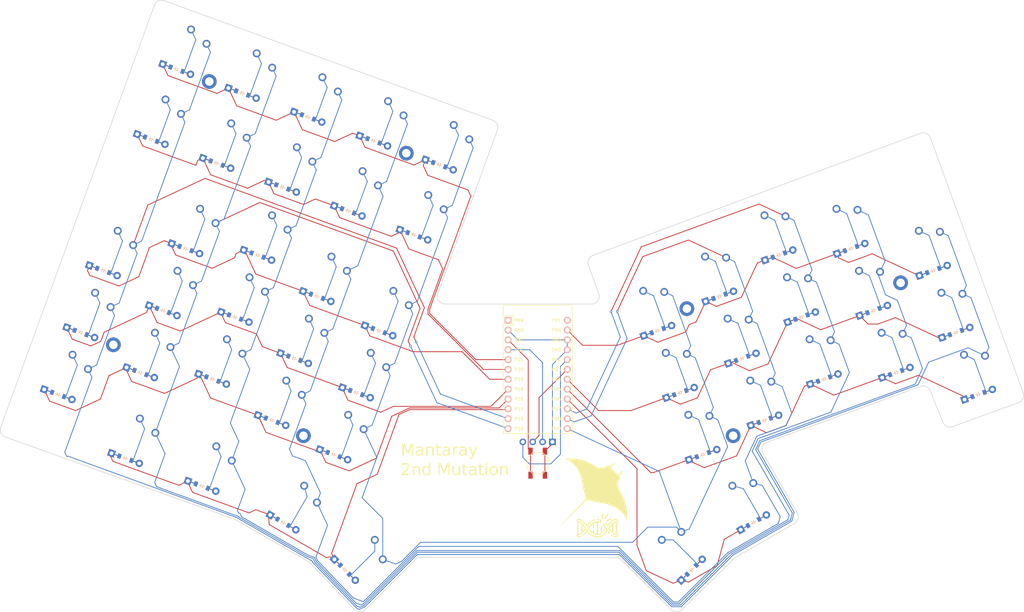
<source format=kicad_pcb>
(kicad_pcb (version 20241229) (generator "pcbnew") (generator_version "9.0")
  (title_block (title "aconcagua") (rev "v1.0.0") (company "Unknown"))
  (layers (0 "F.Cu" signal) (2 "B.Cu" signal) (13 "F.Paste" user) (15 "B.Paste" user) (5 "F.SilkS" user "F.Silkscreen") (7 "B.SilkS" user "B.Silkscreen") (1 "F.Mask" user) (3 "B.Mask" user) (25 "Edge.Cuts" user))
  (net 0 "")
  (net 1 "P16")
  (net 2 "pinky_bottom")
  (net 3 "pinky_home")
  (net 4 "pinky_top")
  (net 5 "P10")
  (net 6 "ring_bottom")
  (net 7 "ring_home")
  (net 8 "ring_top")
  (net 9 "P7")
  (net 10 "middle_bottom")
  (net 11 "middle_home")
  (net 12 "middle_top")
  (net 13 "P8")
  (net 14 "index_bottom")
  (net 15 "index_home")
  (net 16 "index_top")
  (net 17 "P9")
  (net 18 "inner_bottom")
  (net 19 "inner_home")
  (net 20 "inner_top")
  (net 21 "pinky_num")
  (net 22 "pinky_num2")
  (net 23 "ring_num")
  (net 24 "ring_num2")
  (net 25 "middle_num")
  (net 26 "middle_num2")
  (net 27 "index_num")
  (net 28 "index_num2")
  (net 29 "inner_num")
  (net 30 "inner_num2")
  (net 31 "shift_cluster")
  (net 32 "ctrl_cluster")
  (net 33 "layer_cluster")
  (net 34 "space_cluster")
  (net 35 "mirror_pinky_bottom")
  (net 36 "mirror_pinky_home")
  (net 37 "mirror_pinky_top")
  (net 38 "mirror_ring_bottom")
  (net 39 "mirror_ring_home")
  (net 40 "mirror_ring_top")
  (net 41 "mirror_middle_bottom")
  (net 42 "mirror_middle_home")
  (net 43 "mirror_middle_top")
  (net 44 "mirror_index_bottom")
  (net 45 "mirror_index_home")
  (net 46 "mirror_index_top")
  (net 47 "mirror_inner_bottom")
  (net 48 "mirror_inner_home")
  (net 49 "mirror_inner_top")
  (net 50 "mirror_layer_cluster")
  (net 51 "mirror_space_cluster")
  (net 52 "P15")
  (net 53 "P18")
  (net 54 "P19")
  (net 55 "P20")
  (net 56 "P21")
  (net 57 "P14")
  (net 58 "P5")
  (net 59 "P4")
  (net 60 "P0")
  (net 61 "P6")
  (net 62 "RAW")
  (net 63 "GND")
  (net 64 "RST")
  (net 65 "VCC")
  (net 66 "P1")
  (net 67 "P2")
  (net 68 "P3")
  (footprint "E73:SW_TACT_ALPS_SKQGABE010" (layer "F.Cu") (at 170.263847 193.917911 -90)
    (property "Reference" "B1" (hide yes))
    (property "Value" "" (hide yes))
  )
  (footprint "PG1350" (layer "F.Cu") (at 65.793153 187.95695 -20)
    (property "Reference" "S26" (hide yes))
    (property "Value" "" (hide yes))
  )
  (footprint "PG1350" (layer "F.Cu") (at 72.40598 105.735089 -20)
    (property "Reference" "S16" (hide yes))
    (property "Value" "" (hide yes))
  )
  (footprint "PG1350" (layer "F.Cu") (at 125.259679 171.034658 -20)
    (property "Reference" "S14" (hide yes))
    (property "Value" "" (hide yes))
  )
  (footprint "PG1350" (layer "F.Cu") (at 103.508189 178.167899 -20)
    (property "Reference" "S10" (hide yes))
    (property "Value" "" (hide yes))
  )
  (footprint "PG1350" (layer "F.Cu") (at 230.676422 135.586698 20)
    (property "Reference" "S38" (hide yes))
    (property "Value" "" (hide yes))
  )
  (footprint "PG1350" (layer "F.Cu") (at 48.464575 171.513576 -20)
    (property "Reference" "S1" (hide yes))
    (property "Value" "" (hide yes))
  )
  (footprint "ComboDiode" (layer "F.Cu") (at 201.163786 159.758364 20)
    (property "Reference" "D44" (hide yes))
    (property "Value" "" (hide yes))
  )
  (footprint "ComboDiode" (layer "F.Cu") (at 272.144545 144.262478 20)
    (property "Reference" "D32" (hide yes))
    (property "Value" "" (hide yes))
  )
  (footprint "ComboDiode" (layer "F.Cu") (at 92.326846 156.259946 -20)
    (property "Reference" "D8" (hide yes))
    (property "Value" "" (hide yes))
  )
  (footprint "PG1350" (layer "F.Cu") (at 223.349116 204.844559 30)
    (property "Reference" "S45" (hide yes))
    (property "Value" "" (hide yes))
  )
  (footprint "ComboDiode" (layer "F.Cu") (at 70.695883 110.433544 -20)
    (property "Reference" "D16" (hide yes))
    (property "Value" "" (hide yes))
  )
  (footprint "PG1350" (layer "F.Cu") (at 282.063127 171.51357 20)
    (property "Reference" "S30" (hide yes))
    (property "Value" "" (hide yes))
  )
  (footprint "PG1350" (layer "F.Cu") (at 215.390824 146.218355 20)
    (property "Reference" "S41" (hide yes))
    (property "Value" "" (hide yes))
  )
  (footprint "ceoloide:mounting_hole_plated" (layer "F.Cu") (at 60.991843 163.40941 -20)
    (property "Reference" "H2" (hide yes))
    (property "Value" "")
  )
  (footprint "LOGO" (layer "F.Cu") (at 185.376327 210.487827 -45)
    (property "Reference" "G***" (hide yes))
    (property "Value" "LOGO" (hide yes))
  )
  (footprint "PG1350" (layer "F.Cu") (at 107.178597 204.844557 -30)
    (property "Reference" "S28" (hide yes))
    (property "Value" "" (hide yes))
  )
  (footprint "ComboDiode" (layer "F.Cu") (at 238.200878 156.259939 20)
    (property "Reference" "D37" (hide yes))
    (property "Value" "" (hide yes))
  )
  (footprint "ComboDiode" (layer "F.Cu") (at 250.929864 138.60409 20)
    (property "Reference" "D35" (hide yes))
    (property "Value" "" (hide yes))
  )
  (footprint "ComboDiode" (layer "F.Cu") (at 244.015207 172.234713 20)
    (property "Reference" "D36" (hide yes))
    (property "Value" "" (hide yes))
  )
  (footprint "ComboDiode" (layer "F.Cu") (at 83.774305 199.822451 -20)
    (property "Reference" "D27" (hide yes))
    (property "Value" "" (hide yes))
  )
  (footprint "PG1350" (layer "F.Cu") (at 60.093259 139.564023 -20)
    (property "Reference" "S3" (hide yes))
    (property "Value" "" (hide yes))
  )
  (footprint "PG1350" (layer "F.Cu") (at 255.034104 149.880402 20)
    (property "Reference" "S34" (hide yes))
    (property "Value" "" (hide yes))
  )
  (footprint "ComboDiode" (layer "F.Cu") (at 277.958888 160.237268 20)
    (property "Reference" "D31" (hide yes))
    (property "Value" "" (hide yes))
  )
  (footprint "PG1350" (layer "F.Cu") (at 95.890653 93.839947 -20)
    (property "Reference" "S19" (hide yes))
    (property "Value" "" (hide yes))
  )
  (footprint "ComboDiode" (layer "F.Cu") (at 86.512491 172.23473 -20)
    (property "Reference" "D7" (hide yes))
    (property "Value" "" (hide yes))
  )
  (footprint "PG1350" (layer "F.Cu") (at 249.219761 133.905626 20)
    (property "Reference" "S35" (hide yes))
    (property "Value" "" (hide yes))
  )
  (footprint "PG1350" (layer "F.Cu") (at 109.322546 162.193129 -20)
    (property "Reference" "S11" (hide yes))
    (property "Value" "" (hide yes))
  )
  (footprint "PG1350" (layer "F.Cu") (at 146.634064 112.309043 -20)
    (property "Reference" "S25" (hide yes))
    (property "Value" "" (hide yes))
  )
  (footprint "ComboDiode" (layer "F.Cu") (at 64.083046 192.655406 -20)
    (property "Reference" "D26" (hide yes))
    (property "Value" "" (hide yes))
  )
  (footprint "ComboDiode" (layer "F.Cu") (at 138.353756 135.059004 -20)
    (property "Reference" "D24" (hide yes))
    (property "Value" "" (hide yes))
  )
  (footprint "ComboDiode" (layer "F.Cu") (at 209.927868 221.391477 45)
    (property "Reference" "D46" (hide yes))
    (property "Value" "" (hide yes))
  )
  (footprint "ComboDiode" (layer "F.Cu") (at 98.141182 140.285168 -20)
    (property "Reference" "D9" (hide yes))
    (property "Value" "" (hide yes))
  )
  (footprint "ComboDiode" (layer "F.Cu") (at 120.599839 221.391485 -45)
    (property "Reference" "D29" (hide yes))
    (property "Value" "" (hide yes))
  )
  (footprint "ComboDiode" (layer "F.Cu") (at 77.266095 92.382062 -20)
    (property "Reference" "D17" (hide yes))
    (property "Value" "" (hide yes))
  )
  (footprint "PG1350" (layer "F.Cu") (at 112.805127 99.996318 -20)
    (property "Reference" "S21" (hide yes))
    (property "Value" "" (hide yes))
  )
  (footprint "ComboDiode" (layer "F.Cu") (at 212.792475 191.707898 20)
    (property "Reference" "D42" (hide yes))
    (property "Value" "" (hide yes))
  )
  (footprint "PG1350" (layer "F.Cu") (at 99.851287 135.586705 -20)
    (property "Reference" "S9" (hide yes))
    (property "Value" "" (hide yes))
  )
  (footprint "ComboDiode" (layer "F.Cu") (at 232.386528 140.28517 20)
    (property "Reference" "D38" (hide yes))
    (property "Value" "" (hide yes))
  )
  (footprint "ceoloide:mounting_hole_plated" (layer "F.Cu") (at 136.432527 114.023278 -20)
    (property "Reference" "H3" (hide yes))
    (property "Value" "")
  )
  (footprint "ComboDiode" (layer "F.Cu") (at 52.56882 160.237267 -20)
    (property "Reference" "D2" (hide yes))
    (property "Value" "" (hide yes))
  )
  (footprint "ComboDiode" (layer "F.Cu") (at 94.18056 98.538424 -20)
    (property "Reference" "D19" (hide yes))
    (property "Value" "" (hide yes))
  )
  (footprint "PG1350" (layer "F.Cu") (at 211.082359 187.009442 20)
    (property "Reference" "S42" (hide yes))
    (property "Value" "" (hide yes))
  )
  (footprint "ComboDiode" (layer "F.Cu") (at 101.798099 182.866374 -20)
    (property "Reference" "D10" (hide yes))
    (property "Value" "" (hide yes))
  )
  (footprint "PG1350" (layer "F.Cu") (at 89.320461 111.891444 -20)
    (property "Reference" "S18" (hide yes))
    (property "Value" "" (hide yes))
  )
  (footprint "ComboDiode" (layer "F.Cu") (at 113.426781 150.916822 -20)
    (property "Reference" "D12" (hide yes))
    (property "Value" "" (hide yes))
  )
  (footprint "ComboDiode" (layer "F.Cu") (at 87.610357 116.589916 -20)
    (property "Reference" "D18" (hide yes))
    (property "Value" "" (hide yes))
  )
  (footprint "PG1350" (layer "F.Cu") (at 227.019514 178.167904 20)
    (property "Reference" "S39" (hide yes))
    (property "Value" "" (hide yes))
  )
  (footprint "ComboDiode" (layer "F.Cu") (at 46.754484 176.21203 -20)
    (property "Reference" "D1" (hide yes))
    (property "Value" "" (hide yes))
  )
  (footprint "PG1350" (layer "F.Cu") (at 85.484409 195.123982 -20)
    (property "Reference" "S27" (hide yes))
    (property "Value" "" (hide yes))
  )
  (footprint "ComboDiode" (layer "F.Cu") (at 58.383154 144.262487 -20)
    (property "Reference" "D3" (hide yes))
    (property "Value" "" (hide yes))
  )
  (footprint "ComboDiode" (layer "F.Cu") (at 128.009488 110.851144 -20)
    (property "Reference" "D23" (hide yes))
    (property "Value" "" (hide yes))
  )
  (footprint "ComboDiode" (layer "F.Cu") (at 283.773237 176.212029 20)
    (property "Reference" "D30" (hide yes))
    (property "Value" "" (hide yes))
  )
  (footprint "PG1350" (layer "F.Cu") (at 78.976193 87.683601 -20)
    (property "Reference" "S17" (hide yes))
    (property "Value" "" (hide yes))
  )
  (footprint "ComboDiode" (layer "F.Cu") (at 144.923967 117.007504 -20)
    (property "Reference" "D25" (hide yes))
    (property "Value" "" (hide yes))
  )
  (footprint "PG1350" (layer "F.Cu") (at 205.268018 171.034662 20)
    (property "Reference" "S43" (hide yes))
    (property "Value" "" (hide yes))
  )
  (footprint "PG1350" (layer "F.Cu") (at 221.205172 162.19313 20)
    (property "Reference" "S40" (hide yes))
    (property "Value" "" (hide yes))
  )
  (footprint "ComboDiode" (layer "F.Cu") (at 111.095021 104.694784 -20)
    (property "Reference" "D21" (hide yes))
    (property "Value" "" (hide yes))
  )
  (footprint "ComboDiode" (layer "F.Cu") (at 123.549581 175.73312 -20)
    (property "Reference" "D14" (hide yes))
    (property "Value" "" (hide yes))
  )
  (footprint "ComboDiode" (layer "F.Cu") (at 217.100929 150.916823 20)
    (property "Reference" "D41" (hide yes))
    (property "Value" "" (hide yes))
  )
  (footprint "PG1350" (layer "F.Cu") (at 81.307944 133.905631 -20)
    (property "Reference" "S6" (hide yes))
    (property "Value" "" (hide yes))
  )
  (footprint "ComboDiode" (layer "F.Cu") (at 104.678596 209.174683 -30)
    (property "Reference" "D28" (hide yes))
    (property "Value" "" (hide yes))
  )
  (footprint "PG1350" (layer "F.Cu") (at 236.490773 151.561485 20)
    (property "Reference" "S37" (hide yes))
    (property "Value" "" (hide yes))
  )
  (footprint "ceoloide:mounting_hole_plated" (layer "F.Cu") (at 85.689126 95.554216 -20)
    (property "Reference" "H1" (hide yes))
    (property "Value" "")
  )
  (footprint "ComboDiode" (layer "F.Cu") (at 107.612447 166.89159 -20)
    (property "Reference" "D11" (hide yes))
    (property "Value" "" (hide yes))
  )
  (footprint "ceoloide:mounting_hole_plated" (layer "F.Cu") (at 220.597283 186.837259 20)
    (property "Reference" "H7" (hide yes))
    (property "Value" "")
  )
  (footprint "ComboDiode" (layer "F.Cu") (at 256.744197 154.578876 20)
    (property "Reference" "D34" (hide yes))
    (property "Value" "" (hide yes))
  )
  (footprint "PG1350" (layer "F.Cu") (at 88.222599 167.536245 -20)
    (property "Reference" "S7" (hide yes))
    (property "Value" "" (hide yes))
  )
  (footprint "ComboDiode" (layer "F.Cu") (at 104.524817 122.746293 -20)
    (property "Reference" "D20" (hide yes))
    (property "Value" "" (hide yes))
  )
  (footprint "PG1350" (layer "F.Cu") (at 260.848456 165.855177 20)
    (property "Reference" "S33" (hide yes))
    (property "Value" "" (hide yes))
  )
  (footprint "ceoloide:mounting_hole_plated" (layer "F.Cu") (at 263.72152 147.434627 20)
    (property "Reference" "H5" (hide yes))
    (property "Value" "")
  )
  (footprint "PG1350" (layer "F.Cu") (at 94.036937 151.561485 -20)
    (property "Reference" "S8" (hide yes))
    (property "Value" "" (hide yes))
  )
  (footprint "ComboDiode" (layer "F.Cu") (at 121.439288 128.902638 -20)
    (property "Reference" "D22" (hide yes))
    (property "Value" "" (hide yes))
  )
  (footprint "PG1350" (layer "F.Cu") (at 124.135375 217.855943 -45)
    (property "Reference" "S29" (hide yes))
    (property "Value" "" (hide yes))
  )
  (footprint "PG1350" (layer "F.Cu") (at 129.719594 106.152691 -20)
    (property "Reference" "S23" (hide yes))
    (property "Value" "" (hide yes))
  )
  (footprint "ComboDiode" (layer "F.Cu") (at 73.78351 154.578875 -20)
    (property "Reference" "D5" (hide yes))
    (property "Value" "" (hide yes))
  )
  (footprint "PG1350" (layer "F.Cu") (at 131.074032 155.059885 -20)
    (property "Reference" "S15" (hide yes))
    (property "Value" "" (hide yes))
  )
  (footprint "ComboDiode" (layer "F.Cu") (at 262.558553 170.553645 20)
    (property "Reference" "D33" (hide yes))
    (property "Value" "" (hide yes))
  )
  (footprint "PG1350" (layer "F.Cu") (at 270.434455 139.564019 20)
    (property "Reference" "S32" (hide yes))
    (property "Value" "" (hide yes))
  )
  (footprint "PG1350" (layer "F.Cu") (at 69.679259 165.855181 -20)
    (property "Reference" "S4" (hide yes))
    (property "Value" "" (hide yes))
  )
  (footprint "PG1350" (layer "F.Cu") (at 115.13688 146.218362 -20)
    (property "Reference" "S12" (hide yes))
    (property "Value" "" (hide yes))
  )
  (footprint "ComboDiode" (layer "F.Cu") (at 79.597852 138.604082 -20)
    (property "Reference" "D6" (hide yes))
    (property "Value" "" (hide yes))
  )
  (footprint "PG1350" (layer "F.Cu") (at 119.445343 187.009449 -20)
    (property "Reference" "S13" (hide yes))
    (property "Value" "" (hide yes))
  )
  (footprint "PG1350" (layer "F.Cu") (at 75.493603 149.880399 -20)
    (property "Reference" "S5" (hide yes))
    (property "Value" "" (hide yes))
  )
  (footprint "ComboDiode" (layer "F.Cu") (at 129.363924 159.758357 -20)
    (property "Reference" "D15" (hide yes))
    (property "Value" "" (hide yes))
  )
  (footprint "ProMicro" (layer "F.Cu") (at 170.263855 171.034658 -90)
    (property "Reference" "MCU1" (hide yes))
    (property "Value" "" (hide yes))
  )
  (footprint "ceoloide:mounting_hole_plated" (layer "F.Cu") (at 109.930411 186.837252 -20)
    (property "Reference" "H4" (hide yes))
    (property "Value" "")
  )
  (footprint "ComboDiode" (layer "F.Cu") (at 228.729612 182.866376 20)
    (property "Reference" "D39" (hide yes))
    (property "Value" "" (hide yes))
  )
  (footprint "PG1350" (layer "F.Cu") (at 140.063853 130.360543 -20)
    (property "Reference" "S24" (hide yes))
    (property "Value" "" (hide yes))
  )
  (footprint "ComboDiode" (layer "F.Cu") (at 67.969161 170.55363 -20)
    (property "Reference" "D4" (hide yes))
    (property "Value" "" (hide yes))
  )
  (footprint "PG1350" (layer "F.Cu") (at 123.149382 124.204179 -20)
    (property "Reference" "S22" (hide yes))
    (property "Value" "" (hide yes))
  )
  (footprint "PG1350" (layer "F.Cu") (at 242.305116 167.536249 20)
    (property "Reference" "S36" (hide yes))
    (property "Value" "" (hide yes))
  )
  (footprint "ComboDiode" (layer "F.Cu") (at 222.915265 166.89159 20)
    (property "Reference" "D40" (hide yes))
    (property "Value" "" (hide yes))
  )
  (footprint "ComboDiode" (layer "F.Cu") (at 117.735236 191.707898 -20)
    (property "Reference" "D13" (hide yes))
    (property "Value" "" (hide yes))
  )
  (footprint "ComboDiode" (layer "F.Cu") (at 206.978121 175.73313 20)
    (property "Reference" "D43" (hide yes))
    (property "Value" "" (hide yes))
  )
  (footprint "PG1350" (layer "F.Cu") (at 206.392334 217.85595 45)
    (property "Reference" "S46" (hide yes))
    (property "Value" "" (hide yes))
  )
  (footprint "ceoloide:mounting_hole_plated" (layer "F.Cu") (at 208.677891 154.08897 20)
    (property "Reference" "H6" (hide yes))
    (property "Value" "")
  )
  (footprint "ComboDiode" (layer "F.Cu") (at 225.849113 209.174687 30)
    (property "Reference" "D45" (hide yes))
    (property "Value" "" (hide yes))
  )
  (footprint "lib:OLED_headers" (layer "F.Cu") (at 164.263848 190.034665 90)
    (property "Reference" "OLED1" (hide yes))
    (property "Value" "OLED")
  )
  (footprint "PG1350" (layer "F.Cu") (at 199.453686 155.059886 20)
    (property "Reference" "S44" (hide yes))
    (property "Value" "" (hide yes))
  )
  (footprint "PG1350" (layer "F.Cu") (at 54.278912 155.538799 -20)
    (property "Reference" "S2" (hide yes))
    (property "Value" "" (hide yes))
  )
  (footprint "PG1350" (layer "F.Cu") (at 106.234914 118.047804 -20)
    (property "Reference" "S20" (hide yes))
    (property "Value" "" (hide yes))
  )
  (footprint "LOGO" (layer "F.Cu") (at 182.5 203.5 -45)
    (property "Reference" "G***" (hide yes))
    (property "Value" "LOGO" (hide yes))
  )
  (footprint "PG1350" (layer "F.Cu") (at 276.248797 155.538798 20)
    (property "Reference" "S31" (hide yes))
    (property "Value" "" (hide yes))
  )
  (gr_arc (start 138.752381 218.795277) (mid 139.401224 218.361711) (end 140.166596 218.209501) (stroke (width 0.15)) (layer "Edge.Cuts"))
  (gr_arc (start 207.452918 231.665279) (mid 206.041785 232.240686) (end 204.634941 231.6549) (stroke (width 0.15)) (layer "Edge.Cuts"))
  (gr_arc (start 268.82039 174.128734) (mid 270.321296 174.18165) (end 271.362235 175.264253) (stroke (width 0.15)) (layer "Edge.Cuts"))
  (gr_arc (start 146.421662 152.902044) (mid 144.783344 152.049207) (end 144.542285 150.218007) (stroke (width 0.15)) (layer "Edge.Cuts"))
  (gr_line (start 185.985429 150.218012) (end 183.331235 142.925694) (stroke (width 0.15)) (layer "Edge.Cuts"))
  (gr_line (start 220.795871 218.517379) (end 207.452916 231.665269) (stroke (width 0.15)) (layer "Edge.Cuts"))
  (gr_line (start 294.111571 178.30215) (end 277.138271 184.479952) (stroke (width 0.15)) (layer "Edge.Cuts"))
  (gr_arc (start 268.826358 108.880399) (mid 270.363719 108.937901) (end 271.405454 110.069972) (stroke (width 0.15)) (layer "Edge.Cuts"))
  (gr_arc (start 183.331235 142.925694) (mid 183.394503 141.403993) (end 184.510921 140.368036) (stroke (width 0.15)) (layer "Edge.Cuts"))
  (gr_line (start 146.421669 152.902036) (end 184.106044 152.902047) (stroke (width 0.15)) (layer "Edge.Cuts"))
  (gr_arc (start 237.125392 206.705763) (mid 237.325198 208.223405) (end 236.393344 209.437818) (stroke (width 0.15)) (layer "Edge.Cuts"))
  (gr_line (start 159.877846 108.08387) (end 144.542285 150.218007) (stroke (width 0.15)) (layer "Edge.Cuts"))
  (gr_arc (start 220.795875 218.517373) (mid 220.987961 218.350787) (end 221.199628 218.209913) (stroke (width 0.15)) (layer "Edge.Cuts"))
  (gr_arc (start 33.195111 187.177071) (mid 32.060259 186.143892) (end 31.991648 184.610701) (stroke (width 0.15)) (layer "Edge.Cuts"))
  (gr_arc (start 71.546741 75.933988) (mid 72.580894 74.805426) (end 74.110169 74.738633) (stroke (width 0.15)) (layer "Edge.Cuts"))
  (gr_line (start 268.820382 174.128735) (end 229.338297 188.525902) (stroke (width 0.15)) (layer "Edge.Cuts"))
  (gr_line (start 123.075395 231.581578) (end 111.652419 219.644251) (stroke (width 0.15)) (layer "Edge.Cuts"))
  (gr_arc (start 158.682506 105.520454) (mid 159.811073 106.554604) (end 159.877846 108.08387) (stroke (width 0.15)) (layer "Edge.Cuts"))
  (gr_line (start 111.207425 219.294958) (end 92.557625 208.527482) (stroke (width 0.15)) (layer "Edge.Cuts"))
  (gr_arc (start 277.138266 184.479942) (mid 275.637923 184.42638) (end 274.597546 183.344011) (stroke (width 0.15)) (layer "Edge.Cuts"))
  (gr_arc (start 185.985429 150.218012) (mid 185.74435 152.04921) (end 184.106044 152.902047) (stroke (width 0.15)) (layer "Edge.Cuts"))
  (gr_arc (start 295.306924 175.738742) (mid 295.240141 177.268008) (end 294.111571 178.30215) (stroke (width 0.15)) (layer "Edge.Cuts"))
  (gr_arc (start 228.291421 191.40488) (mid 228.143865 189.721401) (end 229.338297 188.525902) (stroke (width 0.15)) (layer "Edge.Cuts"))
  (gr_arc (start 92.233546 208.377213) (mid 92.398948 208.445095) (end 92.557625 208.527482) (stroke (width 0.15)) (layer "Edge.Cuts"))
  (gr_line (start 228.291421 191.40488) (end 237.125394 206.705768) (stroke (width 0.15)) (layer "Edge.Cuts"))
  (gr_line (start 74.110169 74.738633) (end 158.682506 105.520454) (stroke (width 0.15)) (layer "Edge.Cuts"))
  (gr_arc (start 125.934618 231.613055) (mid 124.498397 232.198702) (end 123.075395 231.581578) (stroke (width 0.15)) (layer "Edge.Cuts"))
  (gr_line (start 236.393344 209.437818) (end 221.199628 218.209913) (stroke (width 0.15)) (layer "Edge.Cuts"))
  (gr_arc (start 111.207422 219.294953) (mid 111.442336 219.453786) (end 111.652419 219.644251) (stroke (width 0.15)) (layer "Edge.Cuts"))
  (gr_line (start 31.991653 184.610702) (end 71.546741 75.933988) (stroke (width 0.15)) (layer "Edge.Cuts"))
  (gr_line (start 190.361113 218.209492) (end 140.166596 218.209501) (stroke (width 0.15)) (layer "Edge.Cuts"))
  (gr_line (start 204.634941 231.6549) (end 191.775326 218.795289) (stroke (width 0.15)) (layer "Edge.Cuts"))
  (gr_line (start 274.597546 183.344011) (end 271.362235 175.264253) (stroke (width 0.15)) (layer "Edge.Cuts"))
  (gr_line (start 138.752381 218.795277) (end 125.934622 231.613047) (stroke (width 0.15)) (layer "Edge.Cuts"))
  (gr_arc (start 190.361115 218.209498) (mid 191.126482 218.361738) (end 191.775326 218.795289) (stroke (width 0.15)) (layer "Edge.Cuts"))
  (gr_line (start 184.510921 140.368036) (end 268.826359 108.880406) (stroke (width 0.15)) (layer "Edge.Cuts"))
  (gr_line (start 92.233546 208.377213) (end 33.195111 187.177071) (stroke (width 0.15)) (layer "Edge.Cuts"))
  (gr_line (start 271.405454 110.069972) (end 295.306934 175.738736) (stroke (width 0.15)) (layer "Edge.Cuts"))
  (gr_text "Mantaray\n2nd Mutation\n" (at 135 197.5 0) (layer "F.SilkS") (effects (font (size 3 3)) (justify left bottom)))
  (segment (start 131.097524 137.454564) (end 133.916601 138.480627) (width 0.2) (layer "F.Cu") (net 1))
  (segment (start 138.352513 161.378717) (end 138.950187 162.660432) (width 0.2) (layer "F.Cu") (net 1))
  (segment (start 84.582742 120.524568) (end 131.097524 137.454564) (width 0.2) (layer "F.Cu") (net 1))
  (segment (start 69.842137 127.398222) (end 84.582742 120.524568) (width 0.2) (layer "F.Cu") (net 1))
  (segment (start 141.088674 153.861175) (end 138.352513 161.378717) (width 0.2) (layer "F.Cu") (net 1))
  (segment (start 66.0914 137.703286) (end 69.842137 127.398222) (width 0.2) (layer "F.Cu") (net 1))
  (segment (start 140.789843 153.220325) (end 141.088674 153.861175) (width 0.2) (layer "F.Cu") (net 1))
  (segment (start 133.916601 138.480627) (end 140.789843 153.220325) (width 0.2) (layer "F.Cu") (net 1))
  (via (at 138.950187 162.660432) (size 0.6) (drill 0.3) (layers "F.Cu" "B.Cu") (net 1))
  (segment (start 279.647577 150.257868) (end 281.828926 151.275038) (width 0.2) (layer "B.Cu") (net 1))
  (segment (start 281.08231 164.190386) (end 285.461914 166.23263) (width 0.2) (layer "B.Cu") (net 1))
  (segment (start 60.277071 153.678065) (end 61.294231 155.859412) (width 0.2) (layer "B.Cu") (net 1))
  (segment (start 80.585474 102.857176) (end 78.404122 103.874355) (width 0.2) (layer "B.Cu") (net 1))
  (segment (start 207.257574 230.91475) (end 220.616151 217.556167) (width 0.2) (layer "B.Cu") (net 1))
  (segment (start 112.259549 219.395971) (end 112.271787 219.422212) (width 0.2) (layer "B.Cu") (net 1))
  (segment (start 62.458402 152.660885) (end 60.277071 153.678065) (width 0.2) (layer "B.Cu") (net 1))
  (segment (start 123.390288 231.041359) (end 123.638978 231.285653) (width 0.2) (layer "B.Cu") (net 1))
  (segment (start 123.964148 231.48143) (end 124.320139 231.582435) (width 0.2) (layer "B.Cu") (net 1))
  (segment (start 281.828926 151.275038) (end 286.479098 164.051292) (width 0.2) (layer "B.Cu") (net 1))
  (segment (start 68.272745 136.686108) (end 66.091402 137.703286) (width 0.2) (layer "B.Cu") (net 1))
  (segment (start 61.294231 155.859412) (end 56.64407 168.63566) (width 0.2) (layer "B.Cu") (net 1))
  (segment (start 56.64407 168.63566) (end 54.462725 169.652842) (width 0.2) (layer "B.Cu") (net 1))
  (segment (start 191.313214 217.483233) (end 204.744728 230.914746) (width 0.2) (layer "B.Cu") (net 1))
  (segment (start 93.040257 208.08329) (end 93.058694 208.122799) (width 0.2) (layer "B.Cu") (net 1))
  (segment (start 228.768545 188.102354) (end 229.344273 187.869999) (width 0.2) (layer "B.Cu") (net 1))
  (segment (start 137.496111 219.201617) (end 138.154278 218.543455) (width 0.2) (layer "B.Cu") (net 1))
  (segment (start 49.01061 192.217688) (end 49.034547 192.226285) (width 0.2) (layer "B.Cu") (net 1))
  (segment (start 139.610567 217.483237) (end 139.610568 217.483238) (width 0.2) (layer "B.Cu") (net 1))
  (segment (start 134.848042 221.849684) (end 137.496111 219.201617) (width 0.2) (layer "B.Cu") (net 1))
  (segment (start 125.706774 230.990959) (end 134.848042 221.849684) (width 0.2) (layer "B.Cu") (net 1))
  (segment (start 236.309048 206.572206) (end 226.905913 190.285501) (width 0.2) (layer "B.Cu") (net 1))
  (segment (start 93.01163 208.021882) (end 93.040257 208.08329) (width 0.2) (layer "B.Cu") (net 1))
  (segment (start 139.610568 217.483238) (end 191.313214 217.483233) (width 0.2) (layer "B.Cu") (net 1))
  (segment (start 270.942959 167.880808) (end 281.08231 164.190386) (width 0.2) (layer "B.Cu") (net 1))
  (segment (start 227.751283 188.472601) (end 228.768545 188.102354) (width 0.2) (layer "B.Cu") (net 1))
  (segment (start 79.421297 106.055695) (end 68.272745 136.686108) (width 0.2) (layer "B.Cu") (net 1))
  (segment (start 85.991512 88.004206) (end 80.585474 102.857176) (width 0.2) (layer "B.Cu") (net 1))
  (segment (start 138.154278 218.543455) (end 139.214499 217.483229) (width 0.2) (layer "B.Cu") (net 1))
  (segment (start 139.214499 217.483229) (end 139.610567 217.483237) (width 0.2) (layer "B.Cu") (net 1))
  (segment (start 111.057422 218.514373) (end 111.723508 218.898945) (width 0.2) (layer "B.Cu") (net 1))
  (segment (start 229.362034 187.877544) (end 268.226894 173.70544) (width 0.2) (layer "B.Cu") (net 1))
  (segment (start 268.226894 173.70544) (end 270.942959 167.880808) (width 0.2) (layer "B.Cu") (net 1))
  (segment (start 280.664761 148.076505) (end 279.647577 150.257868) (width 0.2) (layer "B.Cu") (net 1))
  (segment (start 286.479098 164.051292) (end 285.461917 166.232633) (width 0.2) (layer "B.Cu") (net 1))
  (segment (start 48.477228 191.073855) (end 49.01061 192.217688) (width 0.2) (layer "B.Cu") (net 1))
  (segment (start 84.974337 85.822858) (end 85.991512 88.004206) (width 0.2) (layer "B.Cu") (net 1))
  (segment (start 145.229439 176.126332) (end 162.643851 182.464664) (width 0.2) (layer "B.Cu") (net 1))
  (segment (start 138.950187 162.660432) (end 145.229439 176.126332) (width 0.2) (layer "B.Cu") (net 1))
  (segment (start 226.905913 190.285501) (end 227.751283 188.472601) (width 0.2) (layer "B.Cu") (net 1))
  (segment (start 78.404122 103.874355) (end 79.421297 106.055695) (width 0.2) (layer "B.Cu") (net 1))
  (segment (start 93.058694 208.122799) (end 111.057422 218.514373) (width 0.2) (layer "B.Cu") (net 1))
  (segment (start 124.320139 231.582435) (end 125.640378 230.966793) (width 0.2) (layer "B.Cu") (net 1))
  (segment (start 49.28838 192.107917) (end 93.01163 208.021882) (width 0.2) (layer "B.Cu") (net 1))
  (segment (start 112.08998 219.032336) (end 112.259549 219.395971) (width 0.2) (layer "B.Cu") (net 1))
  (segment (start 111.723508 218.898945) (end 112.08998 219.032336) (width 0.2) (layer "B.Cu") (net 1))
  (segment (start 220.616151 217.556167) (end 235.699271 208.847918) (width 0.2) (layer "B.Cu") (net 1))
  (segment (start 229.344273 187.869999) (end 229.362034 187.877544) (width 0.2) (layer "B.Cu") (net 1))
  (segment (start 123.638978 231.285653) (end 123.964148 231.48143) (width 0.2) (layer "B.Cu") (net 1))
  (segment (start 204.744728 230.914746) (end 207.257574 230.91475) (width 0.2) (layer "B.Cu") (net 1))
  (segment (start 49.034547 192.226285) (end 49.28838 192.107917) (width 0.2) (layer "B.Cu") (net 1))
  (segment (start 125.640378 230.966793) (end 125.706774 230.990959) (width 0.2) (layer "B.Cu") (net 1))
  (segment (start 54.462716 169.652842) (end 55.479887 171.834189) (width 0.2) (layer "B.Cu") (net 1))
  (segment (start 66.091402 137.703286) (end 67.108571 139.884637) (width 0.2) (layer "B.Cu") (net 1))
  (segment (start 55.479887 171.834189) (end 48.477228 191.073855) (width 0.2) (layer "B.Cu") (net 1))
  (segment (start 112.271787 219.422212) (end 123.390288 231.041359) (width 0.2) (layer "B.Cu") (net 1))
  (segment (start 273.833238 134.283095) (end 276.014591 135.300268) (width 0.2) (layer "B.Cu") (net 1))
  (segment (start 67.108571 139.884637) (end 62.458402 152.660885) (width 0.2) (layer "B.Cu") (net 1))
  (segment (start 276.014591 135.300268) (end 280.664761 148.076505) (width 0.2) (layer "B.Cu") (net 1))
  (segment (start 235.699271 208.847918) (end 236.309048 206.572206) (width 0.2) (layer "B.Cu") (net 1))
  (segment (start 50.334709 177.515127) (end 48.304974 176.776362) (width 0.2) (layer "F.Cu") (net 2))
  (segment (start 48.304974 176.776362) (end 48.304976 176.776357) (width 0.2) (layer "F.Cu") (net 2))
  (segment (start 51.716984 168.616772) (end 48.837529 176.528028) (width 0.2) (layer "B.Cu") (net 2))
  (segment (start 48.837529 176.528028) (end 48.304974 176.776369) (width 0.2) (layer "B.Cu") (net 2))
  (segment (start 50.48249 165.969385) (end 51.716984 168.616772) (width 0.2) (layer "B.Cu") (net 2))
  (segment (start 50.334708 177.515128) (end 48.304975 176.776363) (width 0.2) (layer "B.Cu") (net 2))
  (segment (start 48.304975 176.776363) (end 48.304976 176.776357) (width 0.2) (layer "B.Cu") (net 2))
  (segment (start 54.119313 160.801602) (end 54.119311 160.801597) (width 0.2) (layer "F.Cu") (net 3))
  (segment (start 56.149046 161.540362) (end 54.119313 160.801602) (width 0.2) (layer "F.Cu") (net 3))
  (segment (start 57.531324 152.64198) (end 54.651857 160.553262) (width 0.2) (layer "B.Cu") (net 3))
  (segment (start 56.296831 149.994615) (end 57.531324 152.64198) (width 0.2) (layer "B.Cu") (net 3))
  (segment (start 54.651857 160.553262) (end 54.119312 160.801593) (width 0.2) (layer "B.Cu") (net 3))
  (segment (start 56.149043 161.540363) (end 54.119314 160.8016) (width 0.2) (layer "B.Cu") (net 3))
  (segment (start 54.119314 160.8016) (end 54.119308 160.801596) (width 0.2) (layer "B.Cu") (net 3))
  (segment (start 59.933652 144.826821) (end 59.933653 144.826817) (width 0.2) (layer "F.Cu") (net 4))
  (segment (start 61.963384 145.565586) (end 59.933652 144.826821) (width 0.2) (layer "F.Cu") (net 4))
  (segment (start 59.933653 144.82682) (end 59.93365 144.826817) (width 0.2) (layer "B.Cu") (net 4))
  (segment (start 60.466199 144.578476) (end 59.933661 144.826816) (width 0.2) (layer "B.Cu") (net 4))
  (segment (start 62.111173 134.019833) (end 63.345674 136.667216) (width 0.2) (layer "B.Cu") (net 4))
  (segment (start 61.963383 145.565587) (end 59.933653 144.82682) (width 0.2) (layer "B.Cu") (net 4))
  (segment (start 63.345674 136.667216) (end 60.466199 144.578476) (width 0.2) (layer "B.Cu") (net 4))
  (segment (start 139.806964 154.458847) (end 136.899787 162.446243) (width 0.2) (layer "F.Cu") (net 5))
  (segment (start 133.403576 139.890166) (end 139.977972 153.989006) (width 0.2) (layer "F.Cu") (net 5))
  (segment (start 137.19862 163.087092) (end 137.497459 163.727955) (width 0.2) (layer "F.Cu") (net 5))
  (segment (start 98.705814 126.729122) (end 131.595049 138.699824) (width 0.2) (layer "F.Cu") (net 5))
  (segment (start 136.899787 162.446243) (end 137.19862 163.087092) (width 0.2) (layer "F.Cu") (net 5))
  (segment (start 139.977972 153.989006) (end 139.806964 154.458847) (width 0.2) (layer "F.Cu") (net 5))
  (segment (start 131.595049 138.699824) (end 133.104739 139.249306) (width 0.2) (layer "F.Cu") (net 5))
  (segment (start 133.104739 139.249306) (end 133.403576 139.890166) (width 0.2) (layer "F.Cu") (net 5))
  (segment (start 98.133254 126.996112) (end 98.705814 126.729122) (width 0.2) (layer "F.Cu") (net 5))
  (segment (start 87.306088 132.044905) (end 98.133254 126.996112) (width 0.2) (layer "F.Cu") (net 5))
  (via (at 137.497459 163.727955) (size 0.6) (drill 0.3) (layers "F.Cu" "B.Cu") (net 5))
  (segment (start 76.022805 201.411722) (end 93.309056 207.703398) (width 0.2) (layer "B.Cu") (net 5))
  (segment (start 93.373448 207.84149) (end 110.92415 217.974399) (width 0.2) (layer "B.Cu") (net 5))
  (segment (start 244.120626 182.059263) (end 244.132321 182.064714) (width 0.2) (layer "B.Cu") (net 5))
  (segment (start 137.497459 163.727955) (end 144.306741 178.330492) (width 0.2) (layer "B.Cu") (net 5))
  (segment (start 262.90171 151.965184) (end 265.251385 158.42085) (width 0.2) (layer "B.Cu") (net 5))
  (segment (start 72.144827 200.000255) (end 76.022805 201.411722) (width 0.2) (layer "B.Cu") (net 5))
  (segment (start 235.845265 206.753717) (end 226.436064 190.456511) (width 0.2) (layer "B.Cu") (net 5))
  (segment (start 259.848663 150.541521) (end 262.90171 151.965184) (width 0.2) (layer "B.Cu") (net 5))
  (segment (start 144.306741 178.330492) (end 162.643854 185.004658) (width 0.2) (layer "B.Cu") (net 5))
  (segment (start 207.043995 230.513748) (end 220.257597 217.300149) (width 0.2) (layer "B.Cu") (net 5))
  (segment (start 87.306089 132.0449) (end 88.323266 134.226245) (width 0.2) (layer "B.Cu") (net 5))
  (segment (start 71.622975 198.881147) (end 72.144827 200.000255) (width 0.2) (layer "B.Cu") (net 5))
  (segment (start 267.477603 173.551842) (end 269.36137 169.512092) (width 0.2) (layer "B.Cu") (net 5))
  (segment (start 220.257597 217.300149) (end 235.354928 208.583693) (width 0.2) (layer "B.Cu") (net 5))
  (segment (start 258.013386 145.499101) (end 259.848663 150.541521) (width 0.2) (layer "B.Cu") (net 5))
  (segment (start 125.576509 230.554131) (end 125.59423 230.53639) (width 0.2) (layer "B.Cu") (net 5))
  (segment (start 71.791294 186.096212) (end 74.310211 191.498039) (width 0.2) (layer "B.Cu") (net 5))
  (segment (start 101.888808 91.979223) (end 102.905978 94.16057) (width 0.2) (layer "B.Cu") (net 5))
  (segment (start 77.858753 162.977265) (end 75.677405 163.99445) (width 0.2) (layer "B.Cu") (net 5))
  (segment (start 102.905978 94.16057) (end 97.499935 109.013548) (width 0.2) (layer "B.Cu") (net 5))
  (segment (start 78.012806 169.002743) (end 71.791293 186.096214) (width 0.2) (layer "B.Cu") (net 5))
  (segment (start 269.36137 169.512092) (end 266.488677 161.619448) (width 0.2) (layer "B.Cu") (net 5))
  (segment (start 244.132321 182.064714) (end 244.141244 182.045585) (width 0.2) (layer "B.Cu") (net 5))
  (segment (start 123.585567 230.665411) (end 123.675732 230.759651) (width 0.2) (layer "B.Cu") (net 5))
  (segment (start 110.92415 217.974399) (end 111.900211 218.329653) (width 0.2) (layer "B.Cu") (net 5))
  (segment (start 112.917021 219.516485) (end 123.585567 230.665411) (width 0.2) (layer "B.Cu") (net 5))
  (segment (start 81.491748 148.019678) (end 82.508922 150.201032) (width 0.2) (layer "B.Cu") (net 5))
  (segment (start 83.673087 147.002491) (end 81.491748 148.019678) (width 0.2) (layer "B.Cu") (net 5))
  (segment (start 227.474138 188.118091) (end 244.120626 182.059263) (width 0.2) (layer "B.Cu") (net 5))
  (segment (start 265.251385 158.42085) (end 264.247244 160.57425) (width 0.2) (layer "B.Cu") (net 5))
  (segment (start 259.735881 141.805203) (end 258.432893 144.599471) (width 0.2) (layer "B.Cu") (net 5))
  (segment (start 97.499935 109.013548) (end 95.318591 110.030721) (width 0.2) (layer "B.Cu") (net 5))
  (segment (start 82.508922 150.201032) (end 77.858753 162.977265) (width 0.2) (layer "B.Cu") (net 5))
  (segment (start 255.412812 129.927685) (end 259.735881 141.805203) (width 0.2) (layer "B.Cu") (net 5))
  (segment (start 93.309056 207.703398) (end 93.373448 207.84149) (width 0.2) (layer "B.Cu") (net 5))
  (segment (start 112.458308 218.532782) (end 112.917021 219.516485) (width 0.2) (layer "B.Cu") (net 5))
  (segment (start 75.677405 163.99445) (end 78.012806 169.002743) (width 0.2) (layer "B.Cu") (net 5))
  (segment (start 88.323266 134.226245) (end 83.673087 147.002491) (width 0.2) (layer "B.Cu") (net 5))
  (segment (start 204.910831 230.513744) (end 207.043995 230.513748) (width 0.2) (layer "B.Cu") (net 5))
  (segment (start 258.432893 144.599471) (end 258.013386 145.499101) (width 0.2) (layer "B.Cu") (net 5))
  (segment (start 123.675732 230.759651) (end 124.495732 231.058098) (width 0.2) (layer "B.Cu") (net 5))
  (segment (start 235.354928 208.583693) (end 235.845265 206.753717) (width 0.2) (layer "B.Cu") (net 5))
  (segment (start 138.094336 218.036297) (end 139.110568 217.020063) (width 0.2) (layer "B.Cu") (net 5))
  (segment (start 226.841326 189.475174) (end 227.474138 188.118091) (width 0.2) (layer "B.Cu") (net 5))
  (segment (start 95.318591 110.030721) (end 96.335773 112.21206) (width 0.2) (layer "B.Cu") (net 5))
  (segment (start 124.495732 231.058098) (end 125.576509 230.554131) (width 0.2) (layer "B.Cu") (net 5))
  (segment (start 244.141244 182.045585) (end 267.477603 173.551842) (width 0.2) (layer "B.Cu") (net 5))
  (segment (start 226.436064 190.456511) (end 226.413114 190.393457) (width 0.2) (layer "B.Cu") (net 5))
  (segment (start 125.59423 230.53639) (end 137.758655 218.371965) (width 0.2) (layer "B.Cu") (net 5))
  (segment (start 266.488677 161.619448) (end 264.247244 160.57425) (width 0.2) (layer "B.Cu") (net 5))
  (segment (start 137.758655 218.371965) (end 138.094336 218.036297) (width 0.2) (layer "B.Cu") (net 5))
  (segment (start 111.900211 218.329653) (end 112.458308 218.532782) (width 0.2) (layer "B.Cu") (net 5))
  (segment (start 96.335773 112.21206) (end 89.487434 131.027721) (width 0.2) (layer "B.Cu") (net 5))
  (segment (start 89.487434 131.027721) (end 87.306089 132.0449) (width 0.2) (layer "B.Cu") (net 5))
  (segment (start 226.413114 190.393457) (end 226.841326 189.475174) (width 0.2) (layer "B.Cu") (net 5))
  (segment (start 139.110569 217.020063) (end 139.264176 216.86645) (width 0.2) (layer "B.Cu") (net 5))
  (segment (start 139.264176 216.86645) (end 191.263544 216.866453) (width 0.2) (layer "B.Cu") (net 5))
  (segment (start 74.310211 191.498039) (end 71.622975 198.881147) (width 0.2) (layer "B.Cu") (net 5))
  (segment (start 191.263544 216.866453) (end 204.910831 230.513744) (width 0.2) (layer "B.Cu") (net 5))
  (segment (start 252.618556 128.62469) (end 255.412812 129.927685) (width 0.2) (layer "B.Cu") (net 5))
  (segment (start 71.549389 171.856729) (end 69.519656 171.117966) (width 0.2) (layer "F.Cu") (net 6))
  (segment (start 69.519656 171.117966) (end 69.51965 171.117964) (width 0.2) (layer "F.Cu") (net 6))
  (segment (start 71.549389 171.856728) (end 69.519656 171.117966) (width 0.2) (layer "B.Cu") (net 6))
  (segment (start 72.931669 162.958372) (end 70.052211 170.869639) (width 0.2) (layer "B.Cu") (net 6))
  (segment (start 69.519656 171.117966) (end 69.519654 171.117965) (width 0.2) (layer "B.Cu") (net 6))
  (segment (start 71.697174 160.310999) (end 72.931669 162.958372) (width 0.2) (layer "B.Cu") (net 6))
  (segment (start 70.052211 170.869639) (end 69.519648 171.117976) (width 0.2) (layer "B.Cu") (net 6))
  (segment (start 77.363735 155.881971) (end 75.334004 155.143209) (width 0.2) (layer "F.Cu") (net 7))
  (segment (start 75.334004 155.143209) (end 75.334002 155.143202) (width 0.2) (layer "F.Cu") (net 7))
  (segment (start 77.511525 144.336227) (end 78.746019 146.983605) (width 0.2) (layer "B.Cu") (net 7))
  (segment (start 78.746019 146.983605) (end 75.866547 154.894869) (width 0.2) (layer "B.Cu") (net 7))
  (segment (start 75.334001 155.143212) (end 75.334003 155.143205) (width 0.2) (layer "B.Cu") (net 7))
  (segment (start 75.866547 154.894869) (end 75.334 155.143195) (width 0.2) (layer "B.Cu") (net 7))
  (segment (start 77.363736 155.881969) (end 75.334001 155.143212) (width 0.2) (layer "B.Cu") (net 7))
  (segment (start 81.148348 139.168416) (end 81.148347 139.168413) (width 0.2) (layer "F.Cu") (net 8))
  (segment (start 83.178079 139.90718) (end 81.148348 139.168416) (width 0.2) (layer "F.Cu") (net 8))
  (segment (start 83.325863 128.361444) (end 84.560355 131.008825) (width 0.2) (layer "B.Cu") (net 8))
  (segment (start 81.68089 138.920094) (end 81.148331 139.168431) (width 0.2) (layer "B.Cu") (net 8))
  (segment (start 84.560355 131.008825) (end 81.68089 138.920094) (width 0.2) (layer "B.Cu") (net 8))
  (segment (start 81.148346 139.16842) (end 81.148348 139.168415) (width 0.2) (layer "B.Cu") (net 8))
  (segment (start 83.17808 139.907182) (end 81.148346 139.16842) (width 0.2) (layer "B.Cu") (net 8))
  (segment (start 234.075213 130.305766) (end 227.256674 127.126226) (width 0.2) (layer "F.Cu") (net 9))
  (segment (start 227.256674 127.126226) (end 226.518646 127.394846) (width 0.2) (layer "F.Cu") (net 9))
  (segment (start 196.918329 138.168481) (end 189.148586 154.830746) (width 0.2) (layer "F.Cu") (net 9))
  (segment (start 226.518646 127.394846) (end 196.918329 138.168481) (width 0.2) (layer "F.Cu") (net 9))
  (via (at 189.148586 154.830746) (size 0.6) (drill 0.3) (layers "F.Cu" "B.Cu") (net 9))
  (segment (start 94.000375 207.740417) (end 111.094267 217.609587) (width 0.2) (layer "B.Cu") (net 9))
  (segment (start 240.906735 144.099205) (end 239.889558 146.280551) (width 0.2) (layer "B.Cu") (net 9))
  (segment (start 125.264217 230.257298) (end 125.284149 230.202537) (width 0.2) (layer "B.Cu") (net 9))
  (segment (start 205.076925 230.112747) (end 206.677967 230.112742) (width 0.2) (layer "B.Cu") (net 9))
  (segment (start 138.610561 216.952972) (end 139.144473 216.419053) (width 0.2) (layer "B.Cu") (net 9))
  (segment (start 123.507173 230.003491) (end 124.799674 230.473916) (width 0.2) (layer "B.Cu") (net 9))
  (segment (start 100.035083 149.700754) (end 101.052261 151.882098) (width 0.2) (layer "B.Cu") (net 9))
  (segment (start 235.018355 207.291074) (end 225.496374 190.798526) (width 0.2) (layer "B.Cu") (net 9))
  (segment (start 114.446764 220.535101) (end 123.507173 230.003491) (width 0.2) (layer "B.Cu") (net 9))
  (segment (start 180.155308 180.983854) (end 177.883853 179.924663) (width 0.2) (layer "B.Cu") (net 9))
  (segment (start 102.216427 148.68357) (end 100.035083 149.700754) (width 0.2) (layer "B.Cu") (net 9))
  (segment (start 234.075211 130.305768) (end 236.256559 131.322949) (width 0.2) (layer "B.Cu") (net 9))
  (segment (start 94.220735 165.675526) (end 96.122647 169.754171) (width 0.2) (layer "B.Cu") (net 9))
  (segment (start 225.496374 190.798526) (end 226.990553 187.594248) (width 0.2) (layer "B.Cu") (net 9))
  (segment (start 125.284149 230.202537) (end 125.428128 230.135403) (width 0.2) (layer "B.Cu") (net 9))
  (segment (start 91.094661 183.568471) (end 93.29428 188.285563) (width 0.2) (layer "B.Cu") (net 9))
  (segment (start 189.148586 154.830746) (end 191.54273 161.408596) (width 0.2) (layer "B.Cu") (net 9))
  (segment (start 246.721068 160.07398) (end 245.703899 162.255325) (width 0.2) (layer "B.Cu") (net 9))
  (segment (start 114.414412 115.1699) (end 112.233056 116.187071) (width 0.2) (layer "B.Cu") (net 9))
  (segment (start 191.54273 161.408596) (end 182.87648 179.993427) (width 0.2) (layer "B.Cu") (net 9))
  (segment (start 92.93707 206.106747) (end 93.235908 206.747608) (width 0.2) (layer "B.Cu") (net 9))
  (segment (start 96.402091 164.658349) (end 94.220735 165.675526) (width 0.2) (layer "B.Cu") (net 9))
  (segment (start 191.383234 216.419054) (end 205.076925 230.112747) (width 0.2) (layer "B.Cu") (net 9))
  (segment (start 113.252479 219.28706) (end 114.446764 220.535101) (width 0.2) (layer "B.Cu") (net 9))
  (segment (start 93.235908 206.747608) (end 93.599058 206.879774) (width 0.2) (layer "B.Cu") (net 9))
  (segment (start 119.820451 100.316937) (end 114.414412 115.1699) (width 0.2) (layer "B.Cu") (net 9))
  (segment (start 112.751541 218.212777) (end 113.252479 219.28706) (width 0.2) (layer "B.Cu") (net 9))
  (segment (start 96.122647 169.754171) (end 91.094661 183.568471) (width 0.2) (layer "B.Cu") (net 9))
  (segment (start 105.849419 133.725969) (end 106.86659 135.907319) (width 0.2) (layer "B.Cu") (net 9))
  (segment (start 111.094267 217.609587) (end 112.751541 218.212777) (width 0.2) (layer "B.Cu") (net 9))
  (segment (start 219.538339 217.252367) (end 234.693792 208.502366) (width 0.2) (layer "B.Cu") (net 9))
  (segment (start 182.87648 179.993427) (end 180.155308 180.983854) (width 0.2) (layer "B.Cu") (net 9))
  (segment (start 93.29428 188.285563) (end 91.482547 193.263245) (width 0.2) (layer "B.Cu") (net 9))
  (segment (start 125.428128 230.135403) (end 138.610561 216.952972) (width 0.2) (layer "B.Cu") (net 9))
  (segment (start 234.693792 208.502366) (end 235.018355 207.291074) (width 0.2) (layer "B.Cu") (net 9))
  (segment (start 94.924864 200.645317) (end 92.93707 206.106747) (width 0.2) (layer "B.Cu") (net 9))
  (segment (start 247.885245 163.272498) (end 245.703903 162.255314) (width 0.2) (layer "B.Cu") (net 9))
  (segment (start 108.030766 132.7088) (end 105.849419 133.725969) (width 0.2) (layer "B.Cu") (net 9))
  (segment (start 93.599058 206.879774) (end 94.000375 207.740417) (width 0.2) (layer "B.Cu") (net 9))
  (segment (start 139.144473 216.419053) (end 191.383234 216.419054) (width 0.2) (layer "B.Cu") (net 9))
  (segment (start 227.742666 187.320504) (end 245.784408 180.753843) (width 0.2) (layer "B.Cu") (net 9))
  (segment (start 206.677967 230.112742) (end 219.538339 217.252367) (width 0.2) (layer "B.Cu") (net 9))
  (segment (start 106.86659 135.907319) (end 102.216427 148.68357) (width 0.2) (layer "B.Cu") (net 9))
  (segment (start 236.256559 131.322949) (end 240.906735 144.099205) (width 0.2) (layer "B.Cu") (net 9))
  (segment (start 242.070897 147.297728) (end 246.721068 160.07398) (width 0.2) (layer "B.Cu") (net 9))
  (segment (start 250.537773 170.560233) (end 247.885245 163.272498) (width 0.2) (layer "B.Cu") (net 9))
  (segment (start 118.803274 98.135586) (end 119.820451 100.316937) (width 0.2) (layer "B.Cu") (net 9))
  (segment (start 101.052261 151.882098) (end 96.402091 164.658349) (width 0.2) (layer "B.Cu") (net 9))
  (segment (start 239.889558 146.280551) (end 242.070897 147.297728) (width 0.2) (layer "B.Cu") (net 9))
  (segment (start 124.799674 230.473916) (end 125.264217 230.257298) (width 0.2) (layer "B.Cu") (net 9))
  (segment (start 91.482545 193.263239) (end 94.924864 200.645317) (width 0.2) (layer "B.Cu") (net 9))
  (segment (start 113.250239 118.368432) (end 108.030766 132.7088) (width 0.2) (layer "B.Cu") (net 9))
  (segment (start 112.233056 116.187071) (end 113.250239 118.368432) (width 0.2) (layer "B.Cu") (net 9))
  (segment (start 245.784408 180.753843) (end 250.537773 170.560233) (width 0.2) (layer "B.Cu") (net 9))
  (segment (start 226.990553 187.594248) (end 227.742666 187.320504) (width 0.2) (layer "B.Cu") (net 9))
  (segment (start 88.062984 172.799063) (end 88.062984 172.799061) (width 0.2) (layer "F.Cu") (net 10))
  (segment (start 90.092718 173.537827) (end 88.062984 172.799063) (width 0.2) (layer "F.Cu") (net 10))
  (segment (start 91.47501 164.63945) (end 88.595552 172.550713) (width 0.2) (layer "B.Cu") (net 10))
  (segment (start 90.092718 173.537827) (end 88.062989 172.799063) (width 0.2) (layer "B.Cu") (net 10))
  (segment (start 88.595552 172.550713) (end 88.062985 172.799047) (width 0.2) (layer "B.Cu") (net 10))
  (segment (start 90.240521 161.992078) (end 91.47501 164.63945) (width 0.2) (layer "B.Cu") (net 10))
  (segment (start 88.062989 172.799063) (end 88.062986 172.799061) (width 0.2) (layer "B.Cu") (net 10))
  (segment (start 93.877341 156.824283) (end 93.87734 156.824278) (width 0.2) (layer "F.Cu") (net 11))
  (segment (start 95.907076 157.563045) (end 93.877341 156.824283) (width 0.2) (layer "F.Cu") (net 11))
  (segment (start 96.054869 146.017294) (end 97.289355 148.664679) (width 0.2) (layer "B.Cu") (net 11))
  (segment (start 97.289355 148.664679) (end 94.409883 156.575945) (width 0.2) (layer "B.Cu") (net 11))
  (segment (start 94.409883 156.575945) (end 93.877334 156.824271) (width 0.2) (layer "B.Cu") (net 11))
  (segment (start 93.877339 156.824281) (end 95.90707 157.563041) (width 0.2) (layer "B.Cu") (net 11))
  (segment (start 95.90707 157.563041) (end 95.907072 157.563044) (width 0.2) (layer "B.Cu") (net 11))
  (segment (start 101.721411 141.588267) (end 99.691678 140.849506) (width 0.2) (layer "F.Cu") (net 12))
  (segment (start 99.691678 140.849506) (end 99.691674 140.849501) (width 0.2) (layer "F.Cu") (net 12))
  (segment (start 103.103694 132.689909) (end 100.224219 140.601161) (width 0.2) (layer "B.Cu") (net 12))
  (segment (start 101.721412 141.588266) (end 99.691675 140.849504) (width 0.2) (layer "B.Cu") (net 12))
  (segment (start 100.224219 140.601161) (end 99.69168 140.849504) (width 0.2) (layer "B.Cu") (net 12))
  (segment (start 101.869207 130.042523) (end 103.103694 132.689909) (width 0.2) (layer "B.Cu") (net 12))
  (segment (start 99.691675 140.849504) (end 99.691679 140.849499) (width 0.2) (layer "B.Cu") (net 12))
  (segment (start 206.70046 137.268519) (end 197.30353 140.688722) (width 0.2) (layer "F.Cu") (net 13))
  (segment (start 218.789615 140.937426) (end 209.071181 136.405642) (width 0.2) (layer "F.Cu") (net 13))
  (segment (start 197.30353 140.688722) (end 190.729134 154.787562) (width 0.2) (layer "F.Cu") (net 13))
  (segment (start 209.071181 136.405642) (end 206.70046 137.268519) (width 0.2) (layer "F.Cu") (net 13))
  (via (at 190.729134 154.787562) (size 0.6) (drill 0.3) (layers "F.Cu" "B.Cu") (net 13))
  (segment (start 106.327382 190.30121) (end 107.154077 192.074068) (width 0.2) (layer "B.Cu") (net 13))
  (segment (start 232.242491 209.454588) (end 232.720154 207.671894) (width 0.2) (layer "B.Cu") (net 13))
  (segment (start 123.931959 143.053392) (end 121.135015 144.35763) (width 0.2) (layer "B.Cu") (net 13))
  (segment (start 117.502029 159.31522) (end 115.320677 160.3324) (width 0.2) (layer "B.Cu") (net 13))
  (segment (start 235.698987 181.021364) (end 234.204813 184.225647) (width 0.2) (layer "B.Cu") (net 13))
  (segment (start 206.470395 229.711741) (end 219.194003 216.988142) (width 0.2) (layer "B.Cu") (net 13))
  (segment (start 110.581553 178.612979) (end 106.327382 190.30121) (width 0.2) (layer "B.Cu") (net 13))
  (segment (start 113.157099 218.133655) (end 113.587948 219.057613) (width 0.2) (layer "B.Cu") (net 13))
  (segment (start 205.243028 229.711739) (end 206.470395 229.711741) (width 0.2) (layer "B.Cu") (net 13))
  (segment (start 179.659516 183.292662) (end 177.883851 182.464656) (width 0.2) (layer "B.Cu") (net 13))
  (segment (start 139.63803 215.358398) (end 139.804691 215.358398) (width 0.2) (layer "B.Cu") (net 13))
  (segment (start 190.729134 154.787562) (end 193.294286 161.835258) (width 0.2) (layer "B.Cu") (net 13))
  (segment (start 116.33785 162.513761) (end 111.687685 175.28998) (width 0.2) (layer "B.Cu") (net 13))
  (segment (start 219.194003 216.988142) (end 232.242491 209.454588) (width 0.2) (layer "B.Cu") (net 13))
  (segment (start 116.145589 209.922868) (end 113.157099 218.133655) (width 0.2) (layer "B.Cu") (net 13))
  (segment (start 137.065832 217.930596) (end 139.63803 215.358398) (width 0.2) (layer "B.Cu") (net 13))
  (segment (start 190.889683 215.358402) (end 205.243028 229.711739) (width 0.2) (layer "B.Cu") (net 13))
  (segment (start 122.152203 146.538972) (end 117.502029 159.31522) (width 0.2) (layer "B.Cu") (net 13))
  (segment (start 226.785308 157.929376) (end 231.435475 170.705626) (width 0.2) (layer "B.Cu") (net 13))
  (segment (start 107.154077 192.074068) (end 110.443002 193.271122) (width 0.2) (layer "B.Cu") (net 13))
  (segment (start 113.408727 204.05365) (end 116.145589 209.922868) (width 0.2) (layer "B.Cu") (net 13))
  (segment (start 226.687262 186.961807) (end 223.705512 193.356173) (width 0.2) (layer "B.Cu") (net 13))
  (segment (start 224.603959 156.912195) (end 226.785308 157.929376) (width 0.2) (layer "B.Cu") (net 13))
  (segment (start 130.451761 125.140385) (end 123.931959 143.053392) (width 0.2) (layer "B.Cu") (net 13))
  (segment (start 122.796264 228.680556) (end 125.285475 229.586558) (width 0.2) (layer "B.Cu") (net 13))
  (segment (start 135.717736 104.29195) (end 136.734915 106.473303) (width 0.2) (layer "B.Cu") (net 13))
  (segment (start 131.328872 121.326263) (end 129.147531 122.343445) (width 0.2) (layer "B.Cu") (net 13))
  (segment (start 125.518564 229.477862) (end 125.66799 229.328444) (width 0.2) (layer "B.Cu") (net 13))
  (segment (start 231.435475 170.705626) (end 230.418303 172.886968) (width 0.2) (layer "B.Cu") (net 13))
  (segment (start 125.285475 229.586558) (end 125.518564 229.477862) (width 0.2) (layer "B.Cu") (net 13))
  (segment (start 232.720154 207.671894) (end 228.104076 199.676598) (width 0.2) (layer "B.Cu") (net 13))
  (segment (start 234.204813 184.225647) (end 226.687262 186.961807) (width 0.2) (layer "B.Cu") (net 13))
  (segment (start 218.789606 140.937424) (end 220.970953 141.954613) (width 0.2) (layer "B.Cu") (net 13))
  (segment (start 110.443002 193.271122) (end 114.312767 201.569852) (width 0.2) (layer "B.Cu") (net 13))
  (segment (start 129.147519 122.343445) (end 130.451761 125.140385) (width 0.2) (layer "B.Cu") (net 13))
  (segment (start 136.734915 106.473303) (end 131.328872 121.326263) (width 0.2) (layer "B.Cu") (net 13))
  (segment (start 220.970953 141.954613) (end 225.621128 154.730863) (width 0.2) (layer "B.Cu") (net 13))
  (segment (start 233.212567 174.189957) (end 235.698987 181.021364) (width 0.2) (layer "B.Cu") (net 13))
  (segment (start 223.705512 193.356173) (end 225.779237 199.05366) (width 0.2) (layer "B.Cu") (net 13))
  (segment (start 113.587948 219.057613) (end 122.796264 228.680556) (width 0.2) (layer "B.Cu") (net 13))
  (segment (start 121.135015 144.35763) (end 122.152203 146.538972) (width 0.2) (layer "B.Cu") (net 13))
  (segment (start 193.294286 161.835258) (end 184.030363 181.701805) (width 0.2) (layer "B.Cu") (net 13))
  (segment (start 184.030363 181.701805) (end 179.659516 183.292662) (width 0.2) (layer "B.Cu") (net 13))
  (segment (start 111.687685 175.28998) (end 109.506336 176.307171) (width 0.2) (layer "B.Cu") (net 13))
  (segment (start 139.804691 215.358398) (end 190.889683 215.358402) (width 0.2) (layer "B.Cu") (net 13))
  (segment (start 115.320677 160.3324) (end 116.33785 162.513761) (width 0.2) (layer "B.Cu") (net 13))
  (segment (start 125.66799 229.328444) (end 137.065832 217.930596) (width 0.2) (layer "B.Cu") (net 13))
  (segment (start 228.104076 199.676598) (end 225.779248 199.053657) (width 0.2) (layer "B.Cu") (net 13))
  (segment (start 109.506336 176.307171) (end 110.581553 178.612979) (width 0.2) (layer "B.Cu") (net 13))
  (segment (start 230.418303 172.886968) (end 233.212567 174.189957) (width 0.2) (layer "B.Cu") (net 13))
  (segment (start 114.312767 201.569852) (end 113.408711 204.053662) (width 0.2) (layer "B.Cu") (net 13))
  (segment (start 225.621128 154.730863) (end 224.603959 156.912195) (width 0.2) (layer "B.Cu") (net 13))
  (segment (start 105.378326 184.169472) (end 103.348594 183.430711) (width 0.2) (layer "F.Cu") (net 14))
  (segment (start 103.348594 183.430711) (end 103.348595 183.430706) (width 0.2) (layer "F.Cu") (net 14))
  (segment (start 103.881142 183.182365) (end 103.34859 183.430702) (width 0.2) (layer "B.Cu") (net 14))
  (segment (start 106.760602 175.271102) (end 103.881142 183.182365) (width 0.2) (layer "B.Cu") (net 14))
  (segment (start 103.348596 183.430709) (end 103.348596 183.430703) (width 0.2) (layer "B.Cu") (net 14))
  (segment (start 105.378326 184.169473) (end 103.348596 183.430709) (width 0.2) (layer "B.Cu") (net 14))
  (segment (start 105.526107 172.623716) (end 106.760602 175.271102) (width 0.2) (layer "B.Cu") (net 14))
  (segment (start 109.162943 167.455929) (end 109.162941 167.455926) (width 0.2) (layer "F.Cu") (net 15))
  (segment (start 111.192678 168.194689) (end 109.162943 167.455929) (width 0.2) (layer "F.Cu") (net 15))
  (segment (start 109.695479 167.207596) (end 109.162935 167.455925) (width 0.2) (layer "B.Cu") (net 15))
  (segment (start 111.192679 168.194688) (end 109.16294 167.455925) (width 0.2) (layer "B.Cu") (net 15))
  (segment (start 112.574953 159.296319) (end 109.695479 167.207596) (width 0.2) (layer "B.Cu") (net 15))
  (segment (start 109.16294 167.455925) (end 109.162943 167.45592) (width 0.2) (layer "B.Cu") (net 15))
  (segment (start 111.340461 156.648951) (end 112.574953 159.296319) (width 0.2) (layer "B.Cu") (net 15))
  (segment (start 117.007012 152.219919) (end 114.97728 151.481156) (width 0.2) (layer "F.Cu") (net 16))
  (segment (start 114.97728 151.481156) (end 114.977276 151.481155) (width 0.2) (layer "F.Cu") (net 16))
  (segment (start 118.389291 143.321542) (end 115.509829 151.232815) (width 0.2) (layer "B.Cu") (net 16))
  (segment (start 117.154801 140.674164) (end 118.389291 143.321542) (width 0.2) (layer "B.Cu") (net 16))
  (segment (start 114.977277 151.481157) (end 114.977269 151.481154) (width 0.2) (layer "B.Cu") (net 16))
  (segment (start 117.007011 152.21992) (end 114.977277 151.481157) (width 0.2) (layer "B.Cu") (net 16))
  (segment (start 115.509829 151.232815) (end 114.977287 151.481145) (width 0.2) (layer "B.Cu") (net 16))
  (segment (start 133.703235 219.92208) (end 135.209756 219.219579) (width 0.2) (layer "B.Cu") (net 17))
  (segment (start 128.839568 192.431632) (end 125.04969 202.844245) (width 0.2) (layer "B.Cu") (net 17))
  (segment (start 198.610566 210.408645) (end 206.016101 210.408647) (width 0.2) (layer "B.Cu") (net 17))
  (segment (start 214.481146 181.728512) (end 216.662489 182.745688) (width 0.2) (layer "B.Cu") (net 17))
  (segment (start 130.357913 208.152463) (end 130.357908 218.704486) (width 0.2) (layer "B.Cu") (net 17))
  (segment (start 152.632202 110.448318) (end 153.649381 112.629657) (width 0.2) (layer "B.Cu") (net 17))
  (segment (start 209.683993 163.572368) (end 208.666804 165.753728) (width 0.2) (layer "B.Cu") (net 17))
  (segment (start 147.079169 130.681154) (end 139.253513 152.181977) (width 0.2) (layer "B.Cu") (net 17))
  (segment (start 140.107199 214.32213) (end 194.697087 214.32213) (width 0.2) (layer "B.Cu") (net 17))
  (segment (start 206.016101 210.408647) (end 207.240872 211.633406) (width 0.2) (layer "B.Cu") (net 17))
  (segment (start 177.883854 185.004656) (end 201.568616 196.049044) (width 0.2) (layer "B.Cu") (net 17))
  (segment (start 133.439168 168.156761) (end 131.257831 169.173934) (width 0.2) (layer "B.Cu") (net 17))
  (segment (start 153.649381 112.629657) (end 148.243334 127.482633) (width 0.2) (layer "B.Cu") (net 17))
  (segment (start 208.666804 165.753728) (end 210.848154 166.770921) (width 0.2) (layer "B.Cu") (net 17))
  (segment (start 210.848154 166.770921) (end 215.498334 179.547164) (width 0.2) (layer "B.Cu") (net 17))
  (segment (start 201.568616 196.049044) (end 207.240865 211.633409) (width 0.2) (layer "B.Cu") (net 17))
  (segment (start 215.498334 179.547164) (end 214.481146 181.728512) (width 0.2) (layer "B.Cu") (net 17))
  (segment (start 130.357909 218.704469) (end 133.703235 219.92208) (width 0.2) (layer "B.Cu") (net 17))
  (segment (start 205.033819 150.796135) (end 209.683993 163.572368) (width 0.2) (layer "B.Cu") (net 17))
  (segment (start 209.288606 210.88808) (end 207.24086 211.633396) (width 0.2) (layer "B.Cu") (net 17))
  (segment (start 137.072168 153.199161) (end 138.089343 155.380502) (width 0.2) (layer "B.Cu") (net 17))
  (segment (start 216.662489 182.745688) (end 219.182746 189.670032) (width 0.2) (layer "B.Cu") (net 17))
  (segment (start 148.243334 127.482633) (end 146.061996 128.499805) (width 0.2) (layer "B.Cu") (net 17))
  (segment (start 125.443474 185.148705) (end 128.839568 192.431632) (width 0.2) (layer "B.Cu") (net 17))
  (segment (start 127.624832 184.131526) (end 125.443474 185.148705) (width 0.2) (layer "B.Cu") (net 17))
  (segment (start 125.04969 202.844245) (end 130.357913 208.152463) (width 0.2) (layer "B.Cu") (net 17))
  (segment (start 139.253513 152.181977) (end 137.072168 153.199161) (width 0.2) (layer "B.Cu") (net 17))
  (segment (start 202.852474 149.778956) (end 205.033819 150.796135) (width 0.2) (layer "B.Cu") (net 17))
  (segment (start 219.182746 189.670032) (end 209.288606 210.88808) (width 0.2) (layer "B.Cu") (net 17))
  (segment (start 135.209756 219.219579) (end 136.719429 217.709905) (width 0.2) (layer "B.Cu") (net 17))
  (segment (start 131.257831 169.173934) (end 132.275007 171.355283) (width 0.2) (layer "B.Cu") (net 17))
  (segment (start 146.061996 128.499805) (end 147.079169 130.681154) (width 0.2) (layer "B.Cu") (net 17))
  (segment (start 138.089343 155.380502) (end 133.439168 168.156761) (width 0.2) (layer "B.Cu") (net 17))
  (segment (start 136.719429 217.709905) (end 140.107199 214.32213) (width 0.2) (layer "B.Cu") (net 17))
  (segment (start 194.697087 214.32213) (end 198.610566 210.408645) (width 0.2) (layer "B.Cu") (net 17))
  (segment (start 132.275007 171.355283) (end 127.624832 184.131526) (width 0.2) (layer "B.Cu") (net 17))
  (segment (start 119.285734 192.272233) (end 119.28573 192.272231) (width 0.2) (layer "F.Cu") (net 18))
  (segment (start 121.315466 193.010995) (end 119.285734 192.272233) (width 0.2) (layer "F.Cu") (net 18))
  (segment (start 122.697758 184.112616) (end 119.818275 192.023894) (width 0.2) (layer "B.Cu") (net 18))
  (segment (start 121.463257 181.465249) (end 122.697758 184.112616) (width 0.2) (layer "B.Cu") (net 18))
  (segment (start 121.315466 193.010995) (end 119.285734 192.272233) (width 0.2) (layer "B.Cu") (net 18))
  (segment (start 119.285734 192.272233) (end 119.28573 192.272231) (width 0.2) (layer "B.Cu") (net 18))
  (segment (start 119.818275 192.023894) (end 119.285733 192.272233) (width 0.2) (layer "B.Cu") (net 18))
  (segment (start 127.12981 177.036217) (end 125.100077 176.297454) (width 0.2) (layer "F.Cu") (net 19))
  (segment (start 125.100077 176.297454) (end 125.100072 176.297453) (width 0.2) (layer "F.Cu") (net 19))
  (segment (start 127.277595 165.490476) (end 128.512089 168.137858) (width 0.2) (layer "B.Cu") (net 19))
  (segment (start 127.12981 177.036214) (end 125.100074 176.297452) (width 0.2) (layer "B.Cu") (net 19))
  (segment (start 125.100074 176.297452) (end 125.100072 176.297453) (width 0.2) (layer "B.Cu") (net 19))
  (segment (start 128.512089 168.137858) (end 125.632632 176.049124) (width 0.2) (layer "B.Cu") (net 19))
  (segment (start 125.632632 176.049124) (end 125.100076 176.297458) (width 0.2) (layer "B.Cu") (net 19))
  (segment (start 130.914417 160.322695) (end 130.914418 160.322687) (width 0.2) (layer "F.Cu") (net 20))
  (segment (start 132.944151 161.061453) (end 130.914417 160.322695) (width 0.2) (layer "F.Cu") (net 20))
  (segment (start 132.94415 161.061452) (end 130.914416 160.32269) (width 0.2) (layer "B.Cu") (net 20))
  (segment (start 130.914416 160.32269) (end 130.914415 160.322689) (width 0.2) (layer "B.Cu") (net 20))
  (segment (start 131.446964 160.074354) (end 130.914414 160.322683) (width 0.2) (layer "B.Cu") (net 20))
  (segment (start 134.326439 152.163066) (end 131.446964 160.074354) (width 0.2) (layer "B.Cu") (net 20))
  (segment (start 133.091954 149.515702) (end 134.326439 152.163066) (width 0.2) (layer "B.Cu") (net 20))
  (segment (start 74.276111 111.736643) (end 72.246377 110.99788) (width 0.2) (layer "F.Cu") (net 21))
  (segment (start 72.246377 110.99788) (end 72.246379 110.997877) (width 0.2) (layer "F.Cu") (net 21))
  (segment (start 72.246381 110.997882) (end 72.246378 110.997876) (width 0.2) (layer "B.Cu") (net 21))
  (segment (start 74.42391 100.190914) (end 75.658398 102.838289) (width 0.2) (layer "B.Cu") (net 21))
  (segment (start 75.658398 102.838289) (end 72.778933 110.749539) (width 0.2) (layer "B.Cu") (net 21))
  (segment (start 74.276112 111.736646) (end 72.246381 110.997882) (width 0.2) (layer "B.Cu") (net 21))
  (segment (start 72.778933 110.749539) (end 72.246376 110.997872) (width 0.2) (layer "B.Cu") (net 21))
  (segment (start 80.846325 93.685161) (end 78.816594 92.946398) (width 0.2) (layer "F.Cu") (net 22))
  (segment (start 78.816594 92.946398) (end 78.816589 92.946396) (width 0.2) (layer "F.Cu") (net 22))
  (segment (start 80.994104 82.139412) (end 82.22861 84.78678) (width 0.2) (layer "B.Cu") (net 22))
  (segment (start 82.22861 84.78678) (end 79.34913 92.698054) (width 0.2) (layer "B.Cu") (net 22))
  (segment (start 79.34913 92.698054) (end 78.816589 92.946393) (width 0.2) (layer "B.Cu") (net 22))
  (segment (start 80.846326 93.685157) (end 78.816594 92.946397) (width 0.2) (layer "B.Cu") (net 22))
  (segment (start 78.816594 92.946397) (end 78.816591 92.946391) (width 0.2) (layer "B.Cu") (net 22))
  (segment (start 89.16085 117.154255) (end 89.160853 117.154249) (width 0.2) (layer "F.Cu") (net 23))
  (segment (start 91.190581 117.893016) (end 89.16085 117.154255) (width 0.2) (layer "F.Cu") (net 23))
  (segment (start 89.693404 116.905908) (end 89.160848 117.154249) (width 0.2) (layer "B.Cu") (net 23))
  (segment (start 89.16085 117.154259) (end 89.160846 117.154249) (width 0.2) (layer "B.Cu") (net 23))
  (segment (start 91.190581 117.893015) (end 89.16085 117.154259) (width 0.2) (layer "B.Cu") (net 23))
  (segment (start 92.572865 108.99464) (end 89.693404 116.905908) (width 0.2) (layer "B.Cu") (net 23))
  (segment (start 91.338378 106.347271) (end 92.572865 108.99464) (width 0.2) (layer "B.Cu") (net 23))
  (segment (start 95.731057 99.102758) (end 95.731055 99.102754) (width 0.2) (layer "F.Cu") (net 24))
  (segment (start 97.760791 99.841518) (end 95.731057 99.102758) (width 0.2) (layer "F.Cu") (net 24))
  (segment (start 96.263605 98.854419) (end 95.731057 99.102751) (width 0.2) (layer "B.Cu") (net 24))
  (segment (start 95.731054 99.102758) (end 95.731055 99.102754) (width 0.2) (layer "B.Cu") (net 24))
  (segment (start 99.143069 90.943144) (end 96.263605 98.854419) (width 0.2) (layer "B.Cu") (net 24))
  (segment (start 97.908572 88.295766) (end 99.143069 90.943144) (width 0.2) (layer "B.Cu") (net 24))
  (segment (start 97.760792 99.841521) (end 95.731054 99.102758) (width 0.2) (layer "B.Cu") (net 24))
  (segment (start 106.075313 123.310626) (end 106.07531 123.310623) (width 0.2) (layer "F.Cu") (net 25))
  (segment (start 108.105047 124.04939) (end 106.075313 123.310626) (width 0.2) (layer "F.Cu") (net 25))
  (segment (start 106.607856 123.062276) (end 106.075321 123.310619) (width 0.2) (layer "B.Cu") (net 25))
  (segment (start 106.075315 123.310624) (end 106.07531 123.310621) (width 0.2) (layer "B.Cu") (net 25))
  (segment (start 108.105047 124.04939) (end 106.075315 123.310624) (width 0.2) (layer "B.Cu") (net 25))
  (segment (start 108.252841 112.503627) (end 109.487322 115.150989) (width 0.2) (layer "B.Cu") (net 25))
  (segment (start 109.487322 115.150989) (end 106.607856 123.062276) (width 0.2) (layer "B.Cu") (net 25))
  (segment (start 112.645517 105.259118) (end 112.645515 105.259117) (width 0.2) (layer "F.Cu") (net 26))
  (segment (start 114.675246 105.997882) (end 112.645517 105.259118) (width 0.2) (layer "F.Cu") (net 26))
  (segment (start 113.178067 105.010776) (end 112.645523 105.25912) (width 0.2) (layer "B.Cu") (net 26))
  (segment (start 114.823042 94.452133) (end 116.057531 97.09951) (width 0.2) (layer "B.Cu") (net 26))
  (segment (start 112.645517 105.259118) (end 112.645512 105.259116) (width 0.2) (layer "B.Cu") (net 26))
  (segment (start 116.057531 97.09951) (end 113.178067 105.010776) (width 0.2) (layer "B.Cu") (net 26))
  (segment (start 114.675248 105.997883) (end 112.645517 105.259118) (width 0.2) (layer "B.Cu") (net 26))
  (segment (start 125.019515 130.205735) (end 122.989781 129.466972) (width 0.2) (layer "F.Cu") (net 27))
  (segment (start 122.989781 129.466972) (end 122.989782 129.466966) (width 0.2) (layer "F.Cu") (net 27))
  (segment (start 125.167304 118.659993) (end 126.401796 121.307371) (width 0.2) (layer "B.Cu") (net 27))
  (segment (start 126.401796 121.307371) (end 123.52234 129.218633) (width 0.2) (layer "B.Cu") (net 27))
  (segment (start 125.019511 130.205735) (end 122.989783 129.466975) (width 0.2) (layer "B.Cu") (net 27))
  (segment (start 123.52234 129.218633) (end 122.989779 129.466964) (width 0.2) (layer "B.Cu") (net 27))
  (segment (start 122.989783 129.466975) (end 122.989782 129.466966) (width 0.2) (layer "B.Cu") (net 27))
  (segment (start 131.589714 112.154242) (end 129.559985 111.41548) (width 0.2) (layer "F.Cu") (net 28))
  (segment (start 129.559985 111.41548) (end 129.559979 111.415477) (width 0.2) (layer "F.Cu") (net 28))
  (segment (start 131.589715 112.154245) (end 129.559983 111.415479) (width 0.2) (layer "B.Cu") (net 28))
  (segment (start 131.737515 100.608507) (end 132.972006 103.255864) (width 0.2) (layer "B.Cu") (net 28))
  (segment (start 130.092537 111.167131) (end 129.559985 111.415471) (width 0.2) (layer "B.Cu") (net 28))
  (segment (start 129.559983 111.415479) (end 129.55998 111.415478) (width 0.2) (layer "B.Cu") (net 28))
  (segment (start 132.972006 103.255864) (end 130.092537 111.167131) (width 0.2) (layer "B.Cu") (net 28))
  (segment (start 139.904248 135.623343) (end 139.904247 135.62334) (width 0.2) (layer "F.Cu") (net 29))
  (segment (start 141.933982 136.362104) (end 139.904248 135.623343) (width 0.2) (layer "F.Cu") (net 29))
  (segment (start 143.316257 127.463737) (end 140.436787 135.375002) (width 0.2) (layer "B.Cu") (net 29))
  (segment (start 140.436787 135.375002) (end 139.904239 135.623342) (width 0.2) (layer "B.Cu") (net 29))
  (segment (start 139.904248 135.623344) (end 139.90425 135.623332) (width 0.2) (layer "B.Cu") (net 29))
  (segment (start 141.93398 136.3621) (end 139.904248 135.623344) (width 0.2) (layer "B.Cu") (net 29))
  (segment (start 142.081771 124.816349) (end 143.316257 127.463737) (width 0.2) (layer "B.Cu") (net 29))
  (segment (start 146.47446 117.571838) (end 146.474459 117.571834) (width 0.2) (layer "F.Cu") (net 30))
  (segment (start 148.504195 118.310599) (end 146.47446 117.571838) (width 0.2) (layer "F.Cu") (net 30))
  (segment (start 148.504192 118.310601) (end 146.474459 117.571838) (width 0.2) (layer "B.Cu") (net 30))
  (segment (start 148.651987 106.764852) (end 149.88647 109.412235) (width 0.2) (layer "B.Cu") (net 30))
  (segment (start 149.88647 109.412235) (end 147.007011 117.323506) (width 0.2) (layer "B.Cu") (net 30))
  (segment (start 146.474459 117.571838) (end 146.474457 117.571834) (width 0.2) (layer "B.Cu") (net 30))
  (segment (start 147.007011 117.323506) (end 146.474453 117.571827) (width 0.2) (layer "B.Cu") (net 30))
  (segment (start 65.633543 193.219742) (end 65.633539 193.219739) (width 0.2) (layer "F.Cu") (net 31))
  (segment (start 67.663275 193.958503) (end 65.633543 193.219742) (width 0.2) (layer "F.Cu") (net 31))
  (segment (start 69.045559 185.060148) (end 66.16609 192.971404) (width 0.2) (layer "B.Cu") (net 31))
  (segment (start 65.633544 193.219741) (end 65.633539 193.219736) (width 0.2) (layer "B.Cu") (net 31))
  (segment (start 66.16609 192.971404) (end 65.633543 193.219744) (width 0.2) (layer "B.Cu") (net 31))
  (segment (start 67.811067 182.412766) (end 69.045559 185.060148) (width 0.2) (layer "B.Cu") (net 31))
  (segment (start 67.663278 193.958502) (end 65.633544 193.219741) (width 0.2) (layer "B.Cu") (net 31))
  (segment (start 85.324801 200.386783) (end 85.324796 200.386781) (width 0.2) (layer "F.Cu") (net 32))
  (segment (start 87.35453 201.125547) (end 85.324801 200.386783) (width 0.2) (layer "F.Cu") (net 32))
  (segment (start 87.354531 201.125546) (end 85.324805 200.386787) (width 0.2) (layer "B.Cu") (net 32))
  (segment (start 88.736828 192.227168) (end 85.857355 200.138442) (width 0.2) (layer "B.Cu") (net 32))
  (segment (start 87.502327 189.5798) (end 88.736828 192.227168) (width 0.2) (layer "B.Cu") (net 32))
  (segment (start 85.324805 200.386787) (end 85.324797 200.386783) (width 0.2) (layer "B.Cu") (net 32))
  (segment (start 85.857355 200.138442) (end 85.324797 200.38677) (width 0.2) (layer "B.Cu") (net 32))
  (segment (start 106.107539 209.999689) (end 106.10754 209.999685) (width 0.2) (layer "F.Cu") (net 33))
  (segment (start 107.978152 211.079684) (end 106.107539 209.999689) (width 0.2) (layer "F.Cu") (net 33))
  (segment (start 106.107539 209.999689) (end 106.10754 209.999685) (width 0.2) (layer "B.Cu") (net 33))
  (segment (start 107.978152 211.079684) (end 106.107539 209.999689) (width 0.2) (layer "B.Cu") (net 33))
  (segment (start 110.884634 202.556532) (end 106.675118 209.847594) (width 0.2) (layer "B.Cu") (net 33))
  (segment (start 106.675118 209.847594) (end 106.107535 209.999672) (width 0.2) (layer "B.Cu") (net 33))
  (segment (start 110.128601 199.735007) (end 110.884634 202.556532) (width 0.2) (layer "B.Cu") (net 33))
  (segment (start 123.293915 224.085565) (end 121.766561 222.558208) (width 0.2) (layer "F.Cu") (net 34))
  (segment (start 123.293915 224.085565) (end 121.766561 222.558208) (width 0.2) (layer "B.Cu") (net 34))
  (segment (start 128.307294 216.605072) (end 122.354168 222.558212) (width 0.2) (layer "B.Cu") (net 34))
  (segment (start 128.307294 213.684009) (end 128.307294 216.605072) (width 0.2) (layer "B.Cu") (net 34))
  (segment (start 122.354168 222.558212) (end 121.766562 222.558215) (width 0.2) (layer "B.Cu") (net 34))
  (segment (start 287.353465 174.908934) (end 285.323728 175.647697) (width 0.2) (layer "F.Cu") (net 35))
  (segment (start 285.572059 175.11515) (end 285.32373 175.647695) (width 0.2) (layer "B.Cu") (net 35))
  (segment (start 280.04521 165.969387) (end 282.692592 167.203876) (width 0.2) (layer "B.Cu") (net 35))
  (segment (start 282.692592 167.203876) (end 285.572059 175.11515) (width 0.2) (layer "B.Cu") (net 35))
  (segment (start 287.353463 174.908931) (end 285.323727 175.647696) (width 0.2) (layer "B.Cu") (net 35))
  (segment (start 281.539116 158.934174) (end 279.509377 159.672936) (width 0.2) (layer "F.Cu") (net 36))
  (segment (start 276.878249 151.229105) (end 279.757716 159.140374) (width 0.2) (layer "B.Cu") (net 36))
  (segment (start 281.539116 158.93417) (end 279.509379 159.672937) (width 0.2) (layer "B.Cu") (net 36))
  (segment (start 274.230869 149.994609) (end 276.878249 151.229105) (width 0.2) (layer "B.Cu") (net 36))
  (segment (start 279.757716 159.140374) (end 279.50938 159.67293) (width 0.2) (layer "B.Cu") (net 36))
  (segment (start 275.724772 142.95938) (end 273.695037 143.698149) (width 0.2) (layer "F.Cu") (net 37))
  (segment (start 275.724772 142.959381) (end 273.695035 143.698146) (width 0.2) (layer "B.Cu") (net 37))
  (segment (start 268.416539 134.019836) (end 271.063912 135.25433) (width 0.2) (layer "B.Cu") (net 37))
  (segment (start 271.063912 135.25433) (end 273.943382 143.165588) (width 0.2) (layer "B.Cu") (net 37))
  (segment (start 273.943382 143.165588) (end 273.69504 143.698153) (width 0.2) (layer "B.Cu") (net 37))
  (segment (start 266.13878 169.250551) (end 264.109043 169.98931) (width 0.2) (layer "F.Cu") (net 38))
  (segment (start 261.477912 161.545489) (end 264.357382 169.456749) (width 0.2) (layer "B.Cu") (net 38))
  (segment (start 264.357382 169.456749) (end 264.109045 169.989312) (width 0.2) (layer "B.Cu") (net 38))
  (segment (start 266.138779 169.250548) (end 264.109043 169.989311) (width 0.2) (layer "B.Cu") (net 38))
  (segment (start 258.830534 160.310995) (end 261.477912 161.545489) (width 0.2) (layer "B.Cu") (net 38))
  (segment (start 260.324426 153.275781) (end 258.294688 154.014546) (width 0.2) (layer "F.Cu") (net 39))
  (segment (start 253.01618 144.336208) (end 255.663562 145.570713) (width 0.2) (layer "B.Cu") (net 39))
  (segment (start 255.663562 145.570713) (end 258.543023 153.481983) (width 0.2) (layer "B.Cu") (net 39))
  (segment (start 258.543023 153.481983) (end 258.29468 154.014537) (width 0.2) (layer "B.Cu") (net 39))
  (segment (start 260.324426 153.275779) (end 258.29469 154.014543) (width 0.2) (layer "B.Cu") (net 39))
  (segment (start 254.510089 137.300989) (end 252.480352 138.039756) (width 0.2) (layer "F.Cu") (net 40))
  (segment (start 247.201847 128.361445) (end 249.849224 129.595937) (width 0.2) (layer "B.Cu") (net 40))
  (segment (start 254.51009 137.300993) (end 252.480354 138.039759) (width 0.2) (layer "B.Cu") (net 40))
  (segment (start 249.849224 129.595937) (end 252.728683 137.507188) (width 0.2) (layer "B.Cu") (net 40))
  (segment (start 252.728683 137.507188) (end 252.48035 138.039761) (width 0.2) (layer "B.Cu") (net 40))
  (segment (start 247.595437 170.931616) (end 245.565699 171.670383) (width 0.2) (layer "F.Cu") (net 41))
  (segment (start 247.595436 170.931616) (end 245.565699 171.670381) (width 0.2) (layer "B.Cu") (net 41))
  (segment (start 242.934576 163.226565) (end 245.814033 171.13783) (width 0.2) (layer "B.Cu") (net 41))
  (segment (start 240.287195 161.992071) (end 242.934576 163.226565) (width 0.2) (layer "B.Cu") (net 41))
  (segment (start 245.814033 171.13783) (end 245.565703 171.67038) (width 0.2) (layer "B.Cu") (net 41))
  (segment (start 241.781105 154.956842) (end 239.751369 155.695606) (width 0.2) (layer "F.Cu") (net 42))
  (segment (start 237.120222 147.2518) (end 239.999693 155.163063) (width 0.2) (layer "B.Cu") (net 42))
  (segment (start 241.781105 154.956841) (end 239.751369 155.695606) (width 0.2) (layer "B.Cu") (net 42))
  (segment (start 239.999693 155.163063) (end 239.751368 155.69561) (width 0.2) (layer "B.Cu") (net 42))
  (segment (start 234.472845 146.017302) (end 237.120222 147.2518) (width 0.2) (layer "B.Cu") (net 42))
  (segment (start 235.966755 138.982071) (end 233.937018 139.720836) (width 0.2) (layer "F.Cu") (net 43))
  (segment (start 231.30588 131.277006) (end 234.185354 139.188279) (width 0.2) (layer "B.Cu") (net 43))
  (segment (start 235.966756 138.982073) (end 233.93702 139.720839) (width 0.2) (layer "B.Cu") (net 43))
  (segment (start 228.658502 130.042525) (end 231.30588 131.277006) (width 0.2) (layer "B.Cu") (net 43))
  (segment (start 234.185354 139.188279) (end 233.937029 139.72084) (width 0.2) (layer "B.Cu") (net 43))
  (segment (start 232.309841 181.563279) (end 230.280104 182.302041) (width 0.2) (layer "F.Cu") (net 44))
  (segment (start 225.001584 172.623717) (end 227.648971 173.858217) (width 0.2) (layer "B.Cu") (net 44))
  (segment (start 230.280103 182.302044) (end 232.30984 181.563279) (width 0.2) (layer "B.Cu") (net 44))
  (segment (start 230.528434 181.76949) (end 230.2801 182.302028) (width 0.2) (layer "B.Cu") (net 44))
  (segment (start 227.648971 173.858217) (end 230.528434 181.76949) (width 0.2) (layer "B.Cu") (net 44))
  (segment (start 226.495492 165.58849) (end 224.46575 166.327256) (width 0.2) (layer "F.Cu") (net 45))
  (segment (start 221.834628 157.883436) (end 224.714093 165.794709) (width 0.2) (layer "B.Cu") (net 45))
  (segment (start 226.495492 165.588492) (end 224.465757 166.327257) (width 0.2) (layer "B.Cu") (net 45))
  (segment (start 224.714093 165.794709) (end 224.465765 166.32726) (width 0.2) (layer "B.Cu") (net 45))
  (segment (start 219.187256 156.648942) (end 221.834628 157.883436) (width 0.2) (layer "B.Cu") (net 45))
  (segment (start 220.681156 149.613724) (end 218.651417 150.352489) (width 0.2) (layer "F.Cu") (net 46))
  (segment (start 213.372897 140.674167) (end 216.020282 141.908667) (width 0.2) (layer "B.Cu") (net 46))
  (segment (start 216.020282 141.908667) (end 218.899749 149.819933) (width 0.2) (layer "B.Cu") (net 46))
  (segment (start 218.899749 149.819933) (end 218.651415 150.352491) (width 0.2) (layer "B.Cu") (net 46))
  (segment (start 220.681156 149.613726) (end 218.651421 150.35249) (width 0.2) (layer "B.Cu") (net 46))
  (segment (start 216.372703 190.404803) (end 214.342965 191.143568) (width 0.2) (layer "F.Cu") (net 47))
  (segment (start 216.372703 190.404801) (end 214.342965 191.143565) (width 0.2) (layer "B.Cu") (net 47))
  (segment (start 209.064443 181.465253) (end 211.711818 182.699751) (width 0.2) (layer "B.Cu") (net 47))
  (segment (start 214.591292 190.611028) (end 214.342969 191.143568) (width 0.2) (layer "B.Cu") (net 47))
  (segment (start 211.711818 182.699751) (end 214.591292 190.611028) (width 0.2) (layer "B.Cu") (net 47))
  (segment (start 210.558347 174.430032) (end 208.528612 175.168795) (width 0.2) (layer "F.Cu") (net 48))
  (segment (start 203.250102 165.490487) (end 205.897478 166.724972) (width 0.2) (layer "B.Cu") (net 48))
  (segment (start 205.897478 166.724972) (end 208.776952 174.636244) (width 0.2) (layer "B.Cu") (net 48))
  (segment (start 208.776952 174.636244) (end 208.52861 175.168806) (width 0.2) (layer "B.Cu") (net 48))
  (segment (start 210.558348 174.430033) (end 208.528612 175.168799) (width 0.2) (layer "B.Cu") (net 48))
  (segment (start 204.744015 158.455268) (end 202.714277 159.194031) (width 0.2) (layer "F.Cu") (net 49))
  (segment (start 200.083145 150.750189) (end 202.962615 158.661468) (width 0.2) (layer "B.Cu") (net 49))
  (segment (start 197.435769 149.515699) (end 200.083145 150.750189) (width 0.2) (layer "B.Cu") (net 49))
  (segment (start 204.744015 158.455268) (end 202.714278 159.194032) (width 0.2) (layer "B.Cu") (net 49))
  (segment (start 202.962615 158.661468) (end 202.714282 159.194021) (width 0.2) (layer "B.Cu") (net 49))
  (segment (start 229.148667 207.269685) (end 227.278052 208.349687) (width 0.2) (layer "F.Cu") (net 50))
  (segment (start 227.278052 208.349687) (end 227.278052 208.349689) (width 0.2) (layer "F.Cu") (net 50))
  (segment (start 220.399117 199.735003) (end 223.220635 200.491034) (width 0.2) (layer "B.Cu") (net 50))
  (segment (start 223.220635 200.491034) (end 227.430136 207.7821) (width 0.2) (layer "B.Cu") (net 50))
  (segment (start 229.148667 207.269685) (end 227.278052 208.349687) (width 0.2) (layer "B.Cu") (net 50))
  (segment (start 227.278052 208.349687) (end 227.278052 208.349689) (width 0.2) (layer "B.Cu") (net 50))
  (segment (start 227.430136 207.7821) (end 227.27805 208.349689) (width 0.2) (layer "B.Cu") (net 50))
  (segment (start 211.094593 220.224749) (end 211.094593 220.224751) (width 0.2) (layer "F.Cu") (net 51))
  (segment (start 212.621943 218.6974) (end 211.094593 220.224749) (width 0.2) (layer "F.Cu") (net 51))
  (segment (start 212.621943 218.6974) (end 211.094593 220.224749) (width 0.2) (layer "B.Cu") (net 51))
  (segment (start 202.220403 213.684019) (end 205.141457 213.684007) (width 0.2) (layer "B.Cu") (net 51))
  (segment (start 211.094593 220.224749) (end 211.094593 220.224751) (width 0.2) (layer "B.Cu") (net 51))
  (segment (start 211.094593 219.637147) (end 211.094601 220.224748) (width 0.2) (layer "B.Cu") (net 51))
  (segment (start 205.141457 213.684007) (end 211.094593 219.637147) (width 0.2) (layer "B.Cu") (net 51))
  (segment (start 59.984742 171.304239) (end 64.388932 169.250551) (width 0.2) (layer "F.Cu") (net 52))
  (segment (start 115.696208 193.709916) (end 121.698053 195.894411) (width 0.2) (layer "F.Cu") (net 52))
  (segment (start 64.388936 169.250535) (end 66.418665 169.989298) (width 0.2) (layer "F.Cu") (net 52))
  (segment (start 121.698053 195.894411) (end 128.747482 192.60721) (width 0.2) (layer "F.Cu") (net 52))
  (segment (start 84.961995 171.670394) (end 84.961996 171.670398) (width 0.2) (layer "F.Cu") (net 52))
  (segment (start 113.413315 190.750659) (end 114.155009 190.404793) (width 0.2) (layer "F.Cu") (net 52))
  (segment (start 86.029614 177.127117) (end 98.217866 181.563269) (width 0.2) (layer "F.Cu") (net 52))
  (segment (start 64.388932 169.250551) (end 64.228013 169.69264) (width 0.2) (layer "F.Cu") (net 52))
  (segment (start 44.586661 177.937838) (end 51.260841 180.367049) (width 0.2) (layer "F.Cu") (net 52))
  (segment (start 82.534029 172.025767) (end 82.932267 170.931628) (width 0.2) (layer "F.Cu") (net 52))
  (segment (start 45.203987 175.647692) (end 45.203987 175.647697) (width 0.2) (layer "F.Cu") (net 52))
  (segment (start 137.261169 179.681504) (end 160.347 179.681506) (width 0.2) (layer "F.Cu") (net 52))
  (segment (start 98.217871 181.563278) (end 100.247607 182.30204) (width 0.2) (layer "F.Cu") (net 52))
  (segment (start 43.174247 174.908926) (end 44.586661 177.937838) (width 0.2) (layer "F.Cu") (net 52))
  (segment (start 51.260841 180.367049) (end 57.669413 177.378683) (width 0.2) (layer "F.Cu") (net 52))
  (segment (start 82.932267 170.931628) (end 83.183204 171.022946) (width 0.2) (layer "F.Cu") (net 52))
  (segment (start 59.89255 171.270687) (end 59.984742 171.304239) (width 0.2) (layer "F.Cu") (net 52))
  (segment (start 66.418665 169.989298) (end 66.418667 169.989301) (width 0.2) (layer "F.Cu") (net 52))
  (segment (start 100.271569 185.967451) (end 113.413315 190.750659) (width 0.2) (layer "F.Cu") (net 52))
  (segment (start 57.669413 177.378683) (end 59.89255 171.270687) (width 0.2) (layer "F.Cu") (net 52))
  (segment (start 132.673398 181.820815) (end 137.261169 179.681504) (width 0.2) (layer "F.Cu") (net 52))
  (segment (start 114.15501 190.4048) (end 116.184742 191.143561) (width 0.2) (layer "F.Cu") (net 52))
  (segment (start 160.347 179.681506) (end 162.643861 177.38466) (width 0.2) (layer "F.Cu") (net 52))
  (segment (start 43.174253 174.908932) (end 45.203987 175.647692) (width 0.2) (layer "F.Cu") (net 52))
  (segment (start 100.247607 182.30204) (end 100.247607 182.302041) (width 0.2) (layer "F.Cu") (net 52))
  (segment (start 116.184742 191.143561) (end 116.184742 191.143565) (width 0.2) (layer "F.Cu") (net 52))
  (segment (start 83.183204 171.022946) (end 86.029614 177.127117) (width 0.2) (layer "F.Cu") (net 52))
  (segment (start 82.93226 170.931633) (end 84.961995 171.670394) (width 0.2) (layer "F.Cu") (net 52))
  (segment (start 74.158935 175.931138) (end 82.534029 172.025767) (width 0.2) (layer "F.Cu") (net 52))
  (segment (start 65.701707 172.852963) (end 74.158935 175.931138) (width 0.2) (layer "F.Cu") (net 52))
  (segment (start 128.747482 192.60721) (end 132.673398 181.820815) (width 0.2) (layer "F.Cu") (net 52))
  (segment (start 114.155009 190.404793) (end 115.696208 193.709916) (width 0.2) (layer "F.Cu") (net 52))
  (segment (start 64.228013 169.69264) (end 65.701707 172.852963) (width 0.2) (layer "F.Cu") (net 52))
  (segment (start 98.217866 181.563269) (end 100.271569 185.967451) (width 0.2) (layer "F.Cu") (net 52))
  (segment (start 82.932263 170.931629) (end 84.961995 171.670394) (width 0.2) (layer "B.Cu") (net 52))
  (segment (start 116.184742 191.143561) (end 116.184742 191.143565) (width 0.2) (layer "B.Cu") (net 52))
  (segment (start 66.418665 169.989298) (end 66.418668 169.989301) (width 0.2) (layer "B.Cu") (net 52))
  (segment (start 84.961995 171.670394) (end 84.961997 171.6704) (width 0.2) (layer "B.Cu") (net 52))
  (segment (start 98.217877 181.563279) (end 100.247607 182.302039) (width 0.2) (layer "B.Cu") (net 52))
  (segment (start 43.174253 174.908932) (end 45.203987 175.647692) (width 0.2) (layer "B.Cu") (net 52))
  (segment (start 45.203987 175.647692) (end 45.203987 175.647696) (width 0.2) (layer "B.Cu") (net 52))
  (segment (start 100.247607 182.302039) (end 100.247609 182.302042) (width 0.2) (layer "B.Cu") (net 52))
  (segment (start 64.388934 169.250534) (end 66.418665 169.989298) (width 0.2) (layer "B.Cu") (net 52))
  (segment (start 114.15501 190.4048) (end 116.184742 191.143561) (width 0.2) (layer "B.Cu") (net 52))
  (segment (start 51.018322 159.67293) (end 51.018321 159.672932) (width 0.2) (layer "F.Cu") (net 53))
  (segment (start 97.829168 160.602401) (end 99.361499 163.888492) (width 0.2) (layer "F.Cu") (net 53))
  (segment (start 48.988589 158.93416) (end 50.400988 161.963067) (width 0.2) (layer "F.Cu") (net 53))
  (segment (start 119.93072 174.536185) (end 119.969353 174.430032) (width 0.2) (layer "F.Cu") (net 53))
  (segment (start 129.861629 180.774697) (end 133.065917 179.280504) (width 0.2) (layer "F.Cu") (net 53))
  (segment (start 88.746619 154.956847) (end 90.776352 155.695611) (width 0.2) (layer "F.Cu") (net 53))
  (segment (start 104.032213 165.588487) (end 105.740066 169.250989) (width 0.2) (layer "F.Cu") (net 53))
  (segment (start 121.404395 177.696504) (end 129.861629 180.774697) (width 0.2) (layer "F.Cu") (net 53))
  (segment (start 119.969354 174.430023) (end 121.999085 175.168783) (width 0.2) (layer "F.Cu") (net 53))
  (segment (start 121.999085 175.168783) (end 121.999089 175.168789) (width 0.2) (layer "F.Cu") (net 53))
  (segment (start 105.740066 169.250989) (end 119.969353 174.430032) (width 0.2) (layer "F.Cu") (net 53))
  (segment (start 72.233015 154.014536) (end 72.233013 154.014544) (width 0.2) (layer "F.Cu") (net 53))
  (segment (start 88.746619 154.956846) (end 88.666933 155.175763) (width 0.2) (layer "F.Cu") (net 53))
  (segment (start 121.404395 177.696504) (end 119.93072 174.536185) (width 0.2) (layer "F.Cu") (net 53))
  (segment (start 57.759218 162.512892) (end 58.614278 160.163654) (width 0.2) (layer "F.Cu") (net 53))
  (segment (start 158.208005 179.280503) (end 162.643855 174.844655) (width 0.2) (layer "F.Cu") (net 53))
  (segment (start 89.841776 157.695231) (end 97.829168 160.602401) (width 0.2) (layer "F.Cu") (net 53))
  (segment (start 88.666933 155.175763) (end 89.841776 157.695231) (width 0.2) (layer "F.Cu") (net 53))
  (segment (start 90.776352 155.695611) (end 90.77635 155.695617) (width 0.2) (layer "F.Cu") (net 53))
  (segment (start 50.400988 161.963067) (end 55.1958 163.708236) (width 0.2) (layer "F.Cu") (net 53))
  (segment (start 70.203281 153.275779) (end 72.233015 154.014536) (width 0.2) (layer "F.Cu") (net 53))
  (segment (start 72.256979 157.679952) (end 78.23827 159.856972) (width 0.2) (layer "F.Cu") (net 53))
  (segment (start 133.065917 179.280504) (end 158.208005 179.280503) (width 0.2) (layer "F.Cu") (net 53))
  (segment (start 106.061953 166.327258) (end 106.061954 166.32726) (width 0.2) (layer "F.Cu") (net 53))
  (segment (start 58.614278 160.163654) (end 69.552799 155.062946) (width 0.2) (layer "F.Cu") (net 53))
  (segment (start 99.361499 163.888492) (end 104.032213 165.588487) (width 0.2) (layer "F.Cu") (net 53))
  (segment (start 69.552799 155.062946) (end 70.203279 153.275768) (width 0.2) (layer "F.Cu") (net 53))
  (segment (start 55.1958 163.708236) (end 57.759218 162.512892) (width 0.2) (layer "F.Cu") (net 53))
  (segment (start 48.988591 158.934168) (end 51.018322 159.67293) (width 0.2) (layer "F.Cu") (net 53))
  (segment (start 78.23827 159.856972) (end 88.746619 154.956846) (width 0.2) (layer "F.Cu") (net 53))
  (segment (start 70.203279 153.275768) (end 72.256979 157.679952) (width 0.2) (layer "F.Cu") (net 53))
  (segment (start 104.03222 165.588494) (end 106.061953 166.327258) (width 0.2) (layer "F.Cu") (net 53))
  (segment (start 48.98859 158.934169) (end 51.018317 159.672931) (width 0.2) (layer "B.Cu") (net 53))
  (segment (start 121.999086 175.168784) (end 121.999089 175.168786) (width 0.2) (layer "B.Cu") (net 53))
  (segment (start 106.061954 166.327254) (end 106.061952 166.327259) (width 0.2) (layer "B.Cu") (net 53))
  (segment (start 104.032219 165.588491) (end 106.061954 166.327254) (width 0.2) (layer "B.Cu") (net 53))
  (segment (start 90.77635 155.695614) (end 90.776351 155.695617) (width 0.2) (layer "B.Cu") (net 53))
  (segment (start 119.969355 174.430024) (end 121.999086 175.168784) (width 0.2) (layer "B.Cu") (net 53))
  (segment (start 72.233016 154.014537) (end 72.233014 154.014544) (width 0.2) (layer "B.Cu") (net 53))
  (segment (start 88.746618 154.956849) (end 90.77635 155.695614) (width 0.2) (layer "B.Cu") (net 53))
  (segment (start 70.203282 153.275778) (end 72.233016 154.014537) (width 0.2) (layer "B.Cu") (net 53))
  (segment (start 51.018317 159.672931) (end 51.018318 159.672932) (width 0.2) (layer "B.Cu") (net 53))
  (segment (start 138.196215 165.185111) (end 150.789851 165.185122) (width 0.2) (layer "F.Cu") (net 54))
  (segment (start 76.017625 137.300982) (end 78.047354 138.039746) (width 0.2) (layer "F.Cu") (net 54))
  (segment (start 86.428474 143.682767) (end 92.19618 140.993226) (width 0.2) (layer "F.Cu") (net 54))
  (segment (start 54.802929 142.959391) (end 56.832659 143.698152) (width 0.2) (layer "F.Cu") (net 54))
  (segment (start 150.789851 165.185122) (end 157.909393 172.304659) (width 0.2) (layer "F.Cu") (net 54))
  (segment (start 78.047354 138.039746) (end 78.047361 138.039748) (width 0.2) (layer "F.Cu") (net 54))
  (segment (start 76.017611 137.300999) (end 75.856699 137.743089) (width 0.2) (layer "F.Cu") (net 54))
  (segment (start 111.554404 153.27621) (end 125.783698 158.455267) (width 0.2) (layer "F.Cu") (net 54))
  (segment (start 67.546536 145.855795) (end 70.282681 138.338265) (width 0.2) (layer "F.Cu") (net 54))
  (segment (start 54.802935 142.959381) (end 54.324974 144.272587) (width 0.2) (layer "F.Cu") (net 54))
  (segment (start 92.19618 140.993226) (end 92.594416 139.899068) (width 0.2) (layer "F.Cu") (net 54))
  (segment (start 125.783698 158.455267) (end 127.026057 161.119511) (width 0.2) (layer "F.Cu") (net 54))
  (segment (start 94.560952 138.98207) (end 94.811879 139.073385) (width 0.2) (layer "F.Cu") (net 54))
  (segment (start 54.324974 144.272587) (end 54.902146 145.510333) (width 0.2) (layer "F.Cu") (net 54))
  (segment (start 92.594416 139.899068) (end 94.560952 138.98207) (width 0.2) (layer "F.Cu") (net 54))
  (segment (start 75.856699 137.743089) (end 77.03155 140.262551) (width 0.2) (layer "F.Cu") (net 54))
  (segment (start 62.419674 148.246486) (end 67.546536 145.855795) (width 0.2) (layer "F.Cu") (net 54))
  (segment (start 56.832659 143.698152) (end 56.832663 143.698154) (width 0.2) (layer "F.Cu") (net 54))
  (segment (start 125.783695 158.455258) (end 127.813428 159.194021) (width 0.2) (layer "F.Cu") (net 54))
  (segment (start 127.813428 159.194021) (end 127.81343 159.194024) (width 0.2) (layer "F.Cu") (net 54))
  (segment (start 54.902146 145.510333) (end 62.419674 148.246486) (width 0.2) (layer "F.Cu") (net 54))
  (segment (start 94.560956 138.982072) (end 96.590687 139.720832) (width 0.2) (layer "F.Cu") (net 54))
  (segment (start 94.811879 139.073385) (end 97.6583 145.17755) (width 0.2) (layer "F.Cu") (net 54))
  (segment (start 74.046024 136.583394) (end 76.017611 137.300999) (width 0.2) (layer "F.Cu") (net 54))
  (segment (start 157.909393 172.304659) (end 162.643857 172.304653) (width 0.2) (layer "F.Cu") (net 54))
  (segment (start 109.846554 149.613726) (end 111.876285 150.352487) (width 0.2) (layer "F.Cu") (net 54))
  (segment (start 109.846556 149.613725) (end 111.554404 153.27621) (width 0.2) (layer "F.Cu") (net 54))
  (segment (start 97.6583 145.17755) (end 109.846556 149.613725) (width 0.2) (layer "F.Cu") (net 54))
  (segment (start 96.590687 139.720832) (end 96.590686 139.720837) (width 0.2) (layer "F.Cu") (net 54))
  (segment (start 70.282681 138.338265) (end 74.046024 136.583394) (width 0.2) (layer "F.Cu") (net 54))
  (segment (start 77.03155 140.262551) (end 86.428474 143.682767) (width 0.2) (layer "F.Cu") (net 54))
  (segment (start 111.876285 150.352487) (end 111.87629 150.352488) (width 0.2) (layer "F.Cu") (net 54))
  (segment (start 127.026057 161.119511) (end 138.196215 165.185111) (width 0.2) (layer "F.Cu") (net 54))
  (segment (start 125.78369 158.455257) (end 127.813427 159.194019) (width 0.2) (layer "B.Cu") (net 54))
  (segment (start 111.876285 150.352488) (end 111.876288 150.35249) (width 0.2) (layer "B.Cu") (net 54))
  (segment (start 127.813427 159.194019) (end 127.813429 159.194022) (width 0.2) (layer "B.Cu") (net 54))
  (segment (start 78.047357 138.039747) (end 78.04736 138.039752) (width 0.2) (layer "B.Cu") (net 54))
  (segment (start 76.017626 137.300985) (end 78.047357 138.039747) (width 0.2) (layer "B.Cu") (net 54))
  (segment (start 56.832658 143.698151) (end 56.832664 143.698155) (width 0.2) (layer "B.Cu") (net 54))
  (segment (start 96.590689 139.720835) (end 96.590685 139.720837) (width 0.2) (layer "B.Cu") (net 54))
  (segment (start 94.560955 138.982073) (end 96.590689 139.720835) (width 0.2) (layer "B.Cu") (net 54))
  (segment (start 109.846552 149.613725) (end 111.876285 150.352488) (width 0.2) (layer "B.Cu") (net 54))
  (segment (start 54.802929 142.959386) (end 56.832658 143.698151) (width 0.2) (layer "B.Cu") (net 54))
  (segment (start 86.040192 119.597429) (end 95.533471 123.052703) (width 0.2) (layer "F.Cu") (net 55))
  (segment (start 69.145388 109.86921) (end 69.14539 109.869213) (width 0.2) (layer "F.Cu") (net 55))
  (segment (start 134.773521 133.755905) (end 137.082441 138.707379) (width 0.2) (layer "F.Cu") (net 55))
  (segment (start 99.844084 121.042632) (end 100.944581 121.443181) (width 0.2) (layer "F.Cu") (net 55))
  (segment (start 117.859054 127.599541) (end 119.271457 130.628452) (width 0.2) (layer "F.Cu") (net 55))
  (segment (start 102.356988 124.472076) (end 109.970885 127.243313) (width 0.2) (layer "F.Cu") (net 55))
  (segment (start 109.970885 127.243313) (end 112.999777 125.830913) (width 0.2) (layer "F.Cu") (net 55))
  (segment (start 100.944581 121.443181) (end 102.356988 124.472076) (width 0.2) (layer "F.Cu") (net 55))
  (segment (start 86.059863 116.025583) (end 86.059861 116.025588) (width 0.2) (layer "F.Cu") (net 55))
  (segment (start 67.115659 109.130445) (end 68.528058 112.159353) (width 0.2) (layer "F.Cu") (net 55))
  (segment (start 142.012244 154.239579) (end 142.012232 155.474605) (width 0.2) (layer "F.Cu") (net 55))
  (segment (start 95.533471 123.052703) (end 99.844084 121.042632) (width 0.2) (layer "F.Cu") (net 55))
  (segment (start 144.696328 141.478609) (end 145.797417 143.839904) (width 0.2) (layer "F.Cu") (net 55))
  (segment (start 134.773527 133.75591) (end 136.803261 134.49467) (width 0.2) (layer "F.Cu") (net 55))
  (segment (start 145.797417 143.839904) (end 142.012244 154.239579) (width 0.2) (layer "F.Cu") (net 55))
  (segment (start 84.030125 115.286813) (end 86.040192 119.597429) (width 0.2) (layer "F.Cu") (net 55))
  (segment (start 112.999777 125.830913) (end 117.859054 127.599541) (width 0.2) (layer "F.Cu") (net 55))
  (segment (start 119.271457 130.628452) (end 132.523506 135.451799) (width 0.2) (layer "F.Cu") (net 55))
  (segment (start 68.528058 112.159353) (end 82.249946 117.153707) (width 0.2) (layer "F.Cu") (net 55))
  (segment (start 136.803261 134.49467) (end 136.803259 134.494675) (width 0.2) (layer "F.Cu") (net 55))
  (segment (start 142.012232 155.474605) (end 156.302294 169.764652) (width 0.2) (layer "F.Cu") (net 55))
  (segment (start 119.888796 128.338304) (end 119.888795 128.338308) (width 0.2) (layer "F.Cu") (net 55))
  (segment (start 156.302294 169.764652) (end 162.643847 169.76466) (width 0.2) (layer "F.Cu") (net 55))
  (segment (start 82.249946 117.153707) (end 82.70445 115.904989) (width 0.2) (layer "F.Cu") (net 55))
  (segment (start 82.70445 115.904989) (end 84.030125 115.286813) (width 0.2) (layer "F.Cu") (net 55))
  (segment (start 134.490032 134.534789) (end 134.773521 133.755905) (width 0.2) (layer "F.Cu") (net 55))
  (segment (start 84.030128 115.28682) (end 86.059863 116.025583) (width 0.2) (layer "F.Cu") (net 55))
  (segment (start 137.082441 138.707379) (end 144.696328 141.478609) (width 0.2) (layer "F.Cu") (net 55))
  (segment (start 67.115658 109.130448) (end 69.145388 109.86921) (width 0.2) (layer "F.Cu") (net 55))
  (segment (start 132.523506 135.451799) (end 134.490032 134.534789) (width 0.2) (layer "F.Cu") (net 55))
  (segment (start 117.859062 127.599539) (end 119.888796 128.338304) (width 0.2) (layer "F.Cu") (net 55))
  (segment (start 100.94459 121.443192) (end 102.974321 122.181957) (width 0.2) (layer "F.Cu") (net 55))
  (segment (start 102.974321 122.181957) (end 102.974325 122.181961) (width 0.2) (layer "F.Cu") (net 55))
  (segment (start 102.974321 122.181957) (end 102.974325 122.181961) (width 0.2) (layer "B.Cu") (net 55))
  (segment (start 117.859054 127.59954) (end 119.888793 128.338304) (width 0.2) (layer "B.Cu") (net 55))
  (segment (start 134.773528 133.75591) (end 136.803261 134.49467) (width 0.2) (layer "B.Cu") (net 55))
  (segment (start 86.059862 116.025583) (end 86.05986 116.025589) (width 0.2) (layer "B.Cu") (net 55))
  (segment (start 100.944591 121.443193) (end 102.974321 122.181957) (width 0.2) (layer "B.Cu") (net 55))
  (segment (start 136.803261 134.49467) (end 136.80326 134.494673) (width 0.2) (layer "B.Cu") (net 55))
  (segment (start 69.145392 109.869209) (end 69.145389 109.869212) (width 0.2) (layer "B.Cu") (net 55))
  (segment (start 84.030128 115.286823) (end 86.059862 116.025583) (width 0.2) (layer "B.Cu") (net 55))
  (segment (start 119.888793 128.338304) (end 119.888791 128.338309) (width 0.2) (layer "B.Cu") (net 55))
  (segment (start 67.115659 109.130448) (end 69.145392 109.869209) (width 0.2) (layer "B.Cu") (net 55))
  (segment (start 152.305407 123.496627) (end 153.048498 125.090174) (width 0.2) (layer "F.Cu") (net 56))
  (segment (start 92.735918 101.815106) (end 102.935015 105.527267) (width 0.2) (layer "F.Cu") (net 56))
  (segment (start 141.343739 115.704405) (end 143.373474 116.443168) (width 0.2) (layer "F.Cu") (net 56))
  (segment (start 141.371118 118.452686) (end 141.96879 119.734399) (width 0.2) (layer "F.Cu") (net 56))
  (segment (start 144.4102 148.823705) (end 142.445867 154.220652) (width 0.2) (layer "F.Cu") (net 56))
  (segment (start 73.685868 91.078964) (end 75.061108 94.028174) (width 0.2) (layer "F.Cu") (net 56))
  (segment (start 125.804502 112.497263) (end 138.394507 117.079646) (width 0.2) (layer "F.Cu") (net 56))
  (segment (start 118.006627 111.012889) (end 122.586403 108.877299) (width 0.2) (layer "F.Cu") (net 56))
  (segment (start 143.373474 116.443168) (end 143.373472 116.44317) (width 0.2) (layer "F.Cu") (net 56))
  (segment (start 122.586403 108.877299) (end 124.429257 109.548045) (width 0.2) (layer "F.Cu") (net 56))
  (segment (start 75.061108 94.028174) (end 87.651108 98.610562) (width 0.2) (layer "F.Cu") (net 56))
  (segment (start 152.618678 126.271092) (end 144.4102 148.823705) (width 0.2) (layer "F.Cu") (net 56))
  (segment (start 154.329395 167.22465) (end 162.643858 167.224661) (width 0.2) (layer "F.Cu") (net 56))
  (segment (start 109.544522 104.130449) (end 109.54453 104.130452) (width 0.2) (layer "F.Cu") (net 56))
  (segment (start 142.445874 155.341129) (end 154.329395 167.22465) (width 0.2) (layer "F.Cu") (net 56))
  (segment (start 87.651108 98.610562) (end 90.60033 97.235323) (width 0.2) (layer "F.Cu") (net 56))
  (segment (start 102.935015 105.527267) (end 107.514806 103.391691) (width 0.2) (layer "F.Cu") (net 56))
  (segment (start 126.458992 110.286806) (end 126.458991 110.28681) (width 0.2) (layer "F.Cu") (net 56))
  (segment (start 75.715598 91.817726) (end 75.715603 91.817734) (width 0.2) (layer "F.Cu") (net 56))
  (segment (start 141.96879 119.734399) (end 152.305407 123.496627) (width 0.2) (layer "F.Cu") (net 56))
  (segment (start 92.630067 97.974087) (end 92.630067 97.974091) (width 0.2) (layer "F.Cu") (net 56))
  (segment (start 107.514806 103.391691) (end 109.650378 107.971458) (width 0.2) (layer "F.Cu") (net 56))
  (segment (start 138.394507 117.079646) (end 141.343739 115.704406) (width 0.2) (layer "F.Cu") (net 56))
  (segment (start 90.60033 97.235323) (end 92.735918 101.815106) (width 0.2) (layer "F.Cu") (net 56))
  (segment (start 141.343739 115.704406) (end 140.793942 117.214934) (width 0.2) (layer "F.Cu") (net 56))
  (segment (start 73.685868 91.078967) (end 75.715598 91.817726) (width 0.2) (layer "F.Cu") (net 56))
  (segment (start 90.600335 97.235325) (end 92.630067 97.974087) (width 0.2) (layer "F.Cu") (net 56))
  (segment (start 124.42926 109.548046) (end 126.458992 110.286806) (width 0.2) (layer "F.Cu") (net 56))
  (segment (start 109.650378 107.971458) (end 118.006627 111.012889) (width 0.2) (layer "F.Cu") (net 56))
  (segment (start 142.445867 154.220652) (end 142.445874 155.341129) (width 0.2) (layer "F.Cu") (net 56))
  (segment (start 153.048498 125.090174) (end 152.618678 126.271092) (width 0.2) (layer "F.Cu") (net 56))
  (segment (start 140.793942 117.214934) (end 141.371118 118.452686) (width 0.2) (layer "F.Cu") (net 56))
  (segment (start 124.429257 109.548045) (end 125.804502 112.497263) (width 0.2) (layer "F.Cu") (net 56))
  (segment (start 107.514792 103.391688) (end 109.544522 104.130449) (width 0.2) (layer "F.Cu") (net 56))
  (segment (start 90.600337 97.235325) (end 92.630066 97.974088) (width 0.2) (layer "B.Cu") (net 56))
  (segment (start 92.630066 97.974088) (end 92.630071 97.974095) (width 0.2) (layer "B.Cu") (net 56))
  (segment (start 107.514795 103.39169) (end 107.514792 103.391688) (width 0.2) (layer "B.Cu") (net 56))
  (segment (start 109.544527 104.130452) (end 107.514795 103.39169) (width 0.2) (layer "B.Cu") (net 56))
  (segment (start 141.343738 115.704407) (end 143.373471 116.443165) (width 0.2) (layer "B.Cu") (net 56))
  (segment (start 73.685871 91.078963) (end 73.685869 91.078965) (width 0.2) (layer "B.Cu") (net 56))
  (segment (start 126.458994 110.286815) (end 124.429259 109.548054) (width 0.2) (layer "B.Cu") (net 56))
  (segment (start 75.715602 91.817727) (end 73.685871 91.078963) (width 0.2) (layer "B.Cu") (net 56))
  (segment (start 143.373471 116.443165) (end 143.373472 116.443167) (width 0.2) (layer "B.Cu") (net 56))
  (segment (start 124.429259 109.548054) (end 124.429257 109.548049) (width 0.2) (layer "B.Cu") (net 56))
  (segment (start 81.370743 201.435852) (end 95.935972 206.737152) (width 0.2) (layer "F.Cu") (net 57))
  (segment (start 95.935972 206.737152) (end 97.680679 205.923591) (width 0.2) (layer "F.Cu") (net 57))
  (segment (start 80.113719 198.740149) (end 81.370743 201.435852) (width 0.2) (layer "F.Cu") (net 57))
  (segment (start 116.767369 218.040151) (end 117.905756 218.697414) (width 0.2) (layer "F.Cu") (net 57))
  (segment (start 128.943168 196.773446) (end 134.541509 181.392158) (width 0.2) (layer "F.Cu") (net 57))
  (segment (start 120.298254 208.606706) (end 123.718455 199.209779) (width 0.2) (layer "F.Cu") (net 57))
  (segment (start 115.89738 218.273264) (end 116.767369 218.040151) (width 0.2) (layer "F.Cu") (net 57))
  (segment (start 60.502824 191.352305) (end 60.236053 192.08525) (width 0.2) (layer "F.Cu") (net 57))
  (segment (start 60.236053 192.08525) (end 60.868516 193.441552) (width 0.2) (layer "F.Cu") (net 57))
  (segment (start 80.194079 198.519356) (end 82.223811 199.258116) (width 0.2) (layer "F.Cu") (net 57))
  (segment (start 97.680679 205.923591) (end 101.379038 207.269677) (width 0.2) (layer "F.Cu") (net 57))
  (segment (start 60.502818 191.352312) (end 62.53255 192.091074) (width 0.2) (layer "F.Cu") (net 57))
  (segment (start 82.223811 199.258116) (end 82.223812 199.25812) (width 0.2) (layer "F.Cu") (net 57))
  (segment (start 101.379028 207.269689) (end 100.958716 207.770613) (width 0.2) (layer "F.Cu") (net 57))
  (segment (start 162.444208 180.124298) (end 162.643852 179.92466) (width 0.2) (layer "F.Cu") (net 57))
  (segment (start 137.260435 180.124294) (end 162.444208 180.124298) (width 0.2) (layer "F.Cu") (net 57))
  (segment (start 134.541509 181.392158) (end 137.260435 180.124294) (width 0.2) (layer "F.Cu") (net 57))
  (segment (start 101.379036 207.269684) (end 103.249653 208.349685) (width 0.2) (layer "F.Cu") (net 57))
  (segment (start 126.922737 197.715585) (end 128.943168 196.773446) (width 0.2) (layer "F.Cu") (net 57))
  (segment (start 80.194077 198.51934) (end 80.113719 198.740149) (width 0.2) (layer "F.Cu") (net 57))
  (segment (start 103.249653 208.349685) (end 103.249655 208.349686) (width 0.2) (layer "F.Cu") (net 57))
  (segment (start 101.131744 209.748325) (end 115.89738 218.273264) (width 0.2) (layer "F.Cu") (net 57))
  (segment (start 117.186749 217.155484) (end 120.298254 208.606706) (width 0.2) (layer "F.Cu") (net 57))
  (segment (start 60.868516 193.441552) (end 77.83806 199.617973) (width 0.2) (layer "F.Cu") (net 57))
  (segment (start 100.958716 207.770613) (end 101.131744 209.748325) (width 0.2) (layer "F.Cu") (net 57))
  (segment (start 119.433113 220.224763) (end 117.905759 218.697411) (width 0.2) (layer "F.Cu") (net 57))
  (segment (start 77.83806 199.617973) (end 80.194077 198.51934) (width 0.2) (layer "F.Cu") (net 57))
  (segment (start 123.718455 199.209779) (end 126.922737 197.715585) (width 0.2) (layer "F.Cu") (net 57))
  (segment (start 62.53255 192.091074) (end 62.532554 192.091076) (width 0.2) (layer "F.Cu") (net 57))
  (segment (start 117.905771 218.697408) (end 117.186749 217.155484) (width 0.2) (layer "F.Cu") (net 57))
  (segment (start 60.502816 191.352306) (end 62.532552 192.091068) (width 0.2) (layer "B.Cu") (net 57))
  (segment (start 103.249653 208.349685) (end 103.249655 208.349686) (width 0.2) (layer "B.Cu") (net 57))
  (segment (start 101.379036 207.269684) (end 103.249653 208.349685) (width 0.2) (layer "B.Cu") (net 57))
  (segment (start 117.905759 218.697411) (end 119.433113 220.224763) (width 0.2) (layer "B.Cu") (net 57))
  (segment (start 62.532552 192.091068) (end 62.532548 192.091076) (width 0.2) (layer "B.Cu") (net 57))
  (segment (start 82.223811 199.258116) (end 82.223814 199.258119) (width 0.2) (layer "B.Cu") (net 57))
  (segment (start 80.194078 198.519354) (end 82.223811 199.258116) (width 0.2) (layer "B.Cu") (net 57))
  (segment (start 117.290548 218.393985) (end 116.757992 218.642321) (width 0.2) (layer "B.Cu") (net 57))
  (segment (start 262.37476 173.440534) (end 258.978315 171.856746) (width 0.2) (layer "F.Cu") (net 58))
  (segment (start 279.88069 176.657033) (end 268.332579 171.272065) (width 0.2) (layer "F.Cu") (net 58))
  (segment (start 240.434978 173.537809) (end 242.464718 172.799045) (width 0.2) (layer "F.Cu") (net 58))
  (segment (start 229.186685 186.052086) (end 225.149387 184.169459) (width 0.2) (layer "F.Cu") (net 58))
  (segment (start 199.386973 196.347777) (end 177.883846 174.844668) (width 0.2) (layer "F.Cu") (net 58))
  (segment (start 225.149387 184.169459) (end 221.473745 192.051911) (width 0.2) (layer "F.Cu") (net 58))
  (segment (start 234.204813 184.225647) (end 229.186685 186.052086) (width 0.2) (layer "F.Cu") (net 58))
  (segment (start 280.193009 177.515124) (end 279.88069 176.657033) (width 0.2) (layer "F.Cu") (net 58))
  (segment (start 225.149386 184.169474) (end 227.179122 183.430708) (width 0.2) (layer "F.Cu") (net 58))
  (segment (start 209.212243 193.010999) (end 209.315651 193.295103) (width 0.2) (layer "F.Cu") (net 58))
  (segment (start 258.978315 171.856746) (end 246.539152 176.384232) (width 0.2) (layer "F.Cu") (net 58))
  (segment (start 209.212246 193.010999) (end 211.241983 192.272231) (width 0.2) (layer "F.Cu") (net 58))
  (segment (start 238.93385 174.084189) (end 234.204813 184.225647) (width 0.2) (layer "F.Cu") (net 58))
  (segment (start 258.978324 171.856742) (end 261.008061 171.117977) (width 0.2) (layer "F.Cu") (net 58))
  (segment (start 200.044512 196.347782) (end 199.386973 196.347777) (width 0.2) (layer "F.Cu") (net 58))
  (segment (start 280.193009 177.515126) (end 282.222746 176.776362) (width 0.2) (layer "F.Cu") (net 58))
  (segment (start 246.539152 176.384232) (end 240.434989 173.537816) (width 0.2) (layer "F.Cu") (net 58))
  (segment (start 209.212241 193.010992) (end 200.044512 196.347782) (width 0.2) (layer "F.Cu") (net 58))
  (segment (start 268.332579 171.272065) (end 262.37476 173.440534) (width 0.2) (layer "F.Cu") (net 58))
  (segment (start 240.434989 173.537816) (end 238.93385 174.084189) (width 0.2) (layer "F.Cu") (net 58))
  (segment (start 209.315651 193.295103) (end 213.148095 195.082194) (width 0.2) (layer "F.Cu") (net 58))
  (segment (start 221.473745 192.051911) (end 213.148095 195.082194) (width 0.2) (layer "F.Cu") (net 58))
  (segment (start 258.978324 171.856742) (end 261.008061 171.117977) (width 0.2) (layer "B.Cu") (net 58))
  (segment (start 225.149385 184.169474) (end 227.179122 183.430707) (width 0.2) (layer "B.Cu") (net 58))
  (segment (start 280.193009 177.515126) (end 282.222745 176.776361) (width 0.2) (layer "B.Cu") (net 58))
  (segment (start 209.212247 193.010995) (end 211.241984 192.27223) (width 0.2) (layer "B.Cu") (net 58))
  (segment (start 242.464717 172.799045) (end 240.434981 173.537811) (width 0.2) (layer "B.Cu") (net 58))
  (segment (start 219.335036 168.194687) (end 221.364771 167.455922) (width 0.2) (layer "F.Cu") (net 59))
  (segment (start 262.390412 156.40799) (end 257.842131 158.063431) (width 0.2) (layer "F.Cu") (net 59))
  (segment (start 274.378658 161.540364) (end 273.827232 161.741059) (width 0.2) (layer "F.Cu") (net 59))
  (segment (start 185.929674 180.350496) (end 177.88386 172.304665) (width 0.2) (layer "F.Cu") (net 59))
  (segment (start 203.397897 177.036237) (end 194.230181 180.373005) (width 0.2) (layer "F.Cu") (net 59))
  (segment (start 234.620648 157.563035) (end 236.650387 156.824275) (width 0.2) (layer "F.Cu") (net 59))
  (segment (start 237.04286 156.68143) (end 234.620643 157.563045) (width 0.2) (layer "F.Cu") (net 59))
  (segment (start 253.16397 155.881975) (end 255.193707 155.143208) (width 0.2) (layer "F.Cu") (net 59))
  (segment (start 243.147015 159.527849) (end 237.04286 156.68143) (width 0.2) (layer "F.Cu") (net 59))
  (segment (start 274.37866 161.540367) (end 276.408398 160.801602) (width 0.2) (layer "F.Cu") (net 59))
  (segment (start 229.592774 168.345354) (end 224.802713 170.088797) (width 0.2) (layer "F.Cu") (net 59))
  (segment (start 194.181892 180.350491) (end 185.929674 180.350496) (width 0.2) (layer "F.Cu") (net 59))
  (segment (start 255.345427 158.063431) (end 253.163969 155.881973) (width 0.2) (layer "F.Cu") (net 59))
  (segment (start 194.230181 180.373005) (end 194.181892 180.350491) (width 0.2) (layer "F.Cu") (net 59))
  (segment (start 224.802713 170.088797) (end 220.124545 167.907332) (width 0.2) (layer "F.Cu") (net 59))
  (segment (start 273.827232 161.741059) (end 262.390412 156.40799) (width 0.2) (layer "F.Cu") (net 59))
  (segment (start 253.163965 155.881973) (end 243.147015 159.527849) (width 0.2) (layer "F.Cu") (net 59))
  (segment (start 219.335043 168.194689) (end 214.768159 169.856893) (width 0.2) (layer "F.Cu") (net 59))
  (segment (start 211.39136 177.098485) (end 206.976983 178.705184) (width 0.2) (layer "F.Cu") (net 59))
  (segment (start 203.397895 177.036226) (end 205.427629 176.29746) (width 0.2) (layer "F.Cu") (net 59))
  (segment (start 220.124545 167.907332) (end 219.335043 168.194689) (width 0.2) (layer "F.Cu") (net 59))
  (segment (start 214.768159 169.856893) (end 211.39136 177.098485) (width 0.2) (layer "F.Cu") (net 59))
  (segment (start 206.976983 178.705184) (end 203.397897 177.036219) (width 0.2) (layer "F.Cu") (net 59))
  (segment (start 257.842131 158.063431) (end 255.345427 158.063431) (width 0.2) (layer "F.Cu") (net 59))
  (segment (start 234.620643 157.563045) (end 229.592774 168.345354) (width 0.2) (layer "F.Cu") (net 59))
  (segment (start 236.650386 156.824272) (end 234.620649 157.563036) (width 0.2) (layer "B.Cu") (net 59))
  (segment (start 253.163971 155.881974) (end 255.193706 155.143209) (width 0.2) (layer "B.Cu") (net 59))
  (segment (start 219.335037 168.194687) (end 221.364773 167.455921) (width 0.2) (layer "B.Cu") (net 59))
  (segment (start 203.397893 177.036228) (end 205.42763 176.297463) (width 0.2) (layer "B.Cu") (net 59))
  (segment (start 276.408398 160.801601) (end 274.378661 161.540366) (width 0.2) (layer "B.Cu") (net 59))
  (segment (start 250.29706 142.186505) (end 247.746319 140.997071) (width 0.2) (layer "F.Cu") (net 60))
  (segment (start 256.405054 139.963373) (end 250.29706 142.186505) (width 0.2) (layer "F.Cu") (net 60))
  (segment (start 268.482729 145.595275) (end 256.405054 139.963373) (width 0.2) (layer "F.Cu") (net 60))
  (segment (start 247.746319 140.997071) (end 247.34963 139.907185) (width 0.2) (layer "F.Cu") (net 60))
  (segment (start 197.583554 161.061459) (end 190.772283 163.540563) (width 0.2) (layer "F.Cu") (net 60))
  (segment (start 208.396093 160.097649) (end 201.16264 162.730411) (width 0.2) (layer "F.Cu") (net 60))
  (segment (start 226.835319 142.305631) (end 222.703945 151.165396) (width 0.2) (layer "F.Cu") (net 60))
  (segment (start 268.564317 145.565578) (end 268.482729 145.595275) (width 0.2) (layer "F.Cu") (net 60))
  (segment (start 222.703945 151.165396) (end 216.276288 153.504868) (width 0.2) (layer "F.Cu") (net 60))
  (segment (start 190.772283 163.540563) (end 181.819752 163.540558) (width 0.2) (layer "F.Cu") (net 60))
  (segment (start 230.758662 140.877658) (end 228.806296 141.588266) (width 0.2) (layer "F.Cu") (net 60))
  (segment (start 247.34963 139.907185) (end 236.862816 143.724072) (width 0.2) (layer "F.Cu") (net 60))
  (segment (start 213.520694 152.219922) (end 211.040398 157.538934) (width 0.2) (layer "F.Cu") (net 60))
  (segment (start 268.564319 145.565577) (end 270.594053 144.826809) (width 0.2) (layer "F.Cu") (net 60))
  (segment (start 236.862816 143.724072) (end 230.758662 140.877658) (width 0.2) (layer "F.Cu") (net 60))
  (segment (start 201.16264 162.730411) (end 197.583558 161.061456) (width 0.2) (layer "F.Cu") (net 60))
  (segment (start 181.819752 163.540558) (end 177.883854 159.604665) (width 0.2) (layer "F.Cu") (net 60))
  (segment (start 211.040398 157.538934) (end 209.292603 158.175083) (width 0.2) (layer "F.Cu") (net 60))
  (segment (start 228.806296 141.588266) (end 226.835319 142.305631) (width 0.2) (layer "F.Cu") (net 60))
  (segment (start 197.583558 161.061463) (end 199.613299 160.322696) (width 0.2) (layer "F.Cu") (net 60))
  (segment (start 209.292603 158.175083) (end 208.396093 160.097649) (width 0.2) (layer "F.Cu") (net 60))
  (segment (start 249.379371 139.168423) (end 247.349635 139.907188) (width 0.2) (layer "F.Cu") (net 60))
  (segment (start 230.836036 140.849501) (end 228.8063 141.588267) (width 0.2) (layer "F.Cu") (net 60))
  (segment (start 216.276288 153.504868) (end 213.520694 152.219922) (width 0.2) (layer "F.Cu") (net 60))
  (segment (start 213.520698 152.219922) (end 215.550439 151.481155) (width 0.2) (layer "F.Cu") (net 60))
  (segment (start 213.520702 152.219921) (end 215.550438 151.481155) (width 0.2) (layer "B.Cu") (net 60))
  (segment (start 247.349635 139.907188) (end 249.379372 139.168423) (width 0.2) (layer "B.Cu") (net 60))
  (segment (start 228.806301 141.588268) (end 230.836037 140.849503) (width 0.2) (layer "B.Cu") (net 60))
  (segment (start 268.564317 145.565577) (end 270.594054 144.826811) (width 0.2) (layer "B.Cu") (net 60))
  (segment (start 197.583559 161.061461) (end 199.613296 160.322698) (width 0.2) (layer "B.Cu") (net 60))
  (segment (start 195.841739 215.063439) (end 195.84174 195.342545) (width 0.2) (layer "F.Cu") (net 61))
  (segment (start 216.483942 220.307793) (end 209.082626 224.580949) (width 0.2) (layer "F.Cu") (net 61))
  (segment (start 207.233793 224.085554) (end 205.124206 224.85338) (width 0.2) (layer "F.Cu") (net 61))
  (segment (start 207.233792 224.085551) (end 208.76114 222.558201) (width 0.2) (layer "F.Cu") (net 61))
  (segment (start 222.549564 211.079691) (end 218.29905 213.533713) (width 0.2) (layer "F.Cu") (net 61))
  (segment (start 224.420167 209.99969) (end 224.420169 209.999684) (width 0.2) (layer "F.Cu") (net 61))
  (segment (start 195.84174 195.342545) (end 177.883859 177.384662) (width 0.2) (layer "F.Cu") (net 61))
  (segment (start 222.549557 211.079687) (end 224.420167 209.99969) (width 0.2) (layer "F.Cu") (net 61))
  (segment (start 198.235873 221.641294) (end 195.841739 215.063439) (width 0.2) (layer "F.Cu") (net 61))
  (segment (start 205.124206 224.85338) (end 198.235873 221.641294) (width 0.2) (layer "F.Cu") (net 61))
  (segment (start 208.76114 222.558201) (end 208.761141 222.558198) (width 0.2) (layer "F.Cu") (net 61))
  (segment (start 209.082626 224.580949) (end 207.233797 224.085551) (width 0.2) (layer "F.Cu") (net 61))
  (segment (start 218.29905 213.533713) (end 216.483942 220.307793) (width 0.2) (layer "F.Cu") (net 61))
  (segment (start 224.420167 209.99969) (end 224.420169 209.999684) (width 0.2) (layer "B.Cu") (net 61))
  (segment (start 222.549557 211.079687) (end 224.420167 209.99969) (width 0.2) (layer "B.Cu") (net 61))
  (segment (start 207.233792 224.085551) (end 208.76114 222.558201) (width 0.2) (layer "B.Cu") (net 61))
  (segment (start 208.76114 222.558201) (end 208.761141 222.558198) (width 0.2) (layer "B.Cu") (net 61))
  (segment (start 174.063845 188.867911) (end 174.063851 188.434669) (width 0.2) (layer "F.Cu") (net 63))
  (segment (start 172.11385 197.017911) (end 172.113845 190.817913) (width 0.2) (layer "F.Cu") (net 63))
  (segment (start 172.113845 190.817913) (end 174.063845 188.867911) (width 0.2) (layer "F.Cu") (net 63))
  (segment (start 165.183854 162.144653) (end 162.643852 159.604659) (width 0.2) (layer "B.Cu") (net 63))
  (segment (start 174.063851 188.434669) (end 174.063849 168.50466) (width 0.2) (layer "B.Cu") (net 63))
  (segment (start 174.063849 168.50466) (end 177.883849 164.684658) (width 0.2) (layer "B.Cu") (net 63))
  (segment (start 177.883848 162.144663) (end 177.883856 162.144655) (width 0.2) (layer "B.Cu") (net 63))
  (segment (start 177.883849 164.684658) (end 177.883848 162.144663) (width 0.2) (layer "B.Cu") (net 63))
  (segment (start 177.883856 162.144655) (end 165.183854 162.144653) (width 0.2) (layer "B.Cu") (net 63))
  (segment (start 168.41385 190.81791) (end 167.832852 190.236914) (width 0.2) (layer "F.Cu") (net 64))
  (segment (start 167.83285 167.333652) (end 162.643854 162.144654) (width 0.2) (layer "F.Cu") (net 64))
  (segment (start 167.832852 190.236914) (end 167.83285 167.333652) (width 0.2) (layer "F.Cu") (net 64))
  (segment (start 168.413851 197.017914) (end 168.41385 190.81791) (width 0.2) (layer "F.Cu") (net 64))
  (segment (start 171.523845 168.001753) (end 168.206747 164.684654) (width 0.2) (layer "B.Cu") (net 65))
  (segment (start 168.206747 164.684654) (end 162.643852 164.684653) (width 0.2) (layer "B.Cu") (net 65))
  (segment (start 171.523848 188.434665) (end 171.523845 168.001753) (width 0.2) (layer "B.Cu") (net 65))
  (segment (start 173.618623 194.096528) (end 168.118625 194.096529) (width 0.2) (layer "B.Cu") (net 67))
  (segment (start 168.118625 194.096529) (end 166.443847 192.421756) (width 0.2) (layer "B.Cu") (net 67))
  (segment (start 176.118624 168.989882) (end 176.118623 191.596529) (width 0.2) (layer "B.Cu") (net 67))
  (segment (start 166.443847 192.421756) (end 166.443849 188.434666) (width 0.2) (layer "B.Cu") (net 67))
  (segment (start 177.883851 167.224658) (end 176.118624 168.989882) (width 0.2) (layer "B.Cu") (net 67))
  (segment (start 176.118623 191.596529) (end 173.618623 194.096528) (width 0.2) (layer "B.Cu") (net 67))
  (segment (start 168.983849 188.434666) (end 170.618621 186.799897) (width 0.2) (layer "F.Cu") (net 68))
  (segment (start 170.618621 186.799897) (end 170.618624 177.029885) (width 0.2) (layer "F.Cu") (net 68))
  (segment (start 170.618624 177.029885) (end 177.883856 169.764655) (width 0.2) (layer "F.Cu") (net 68))
)
</source>
